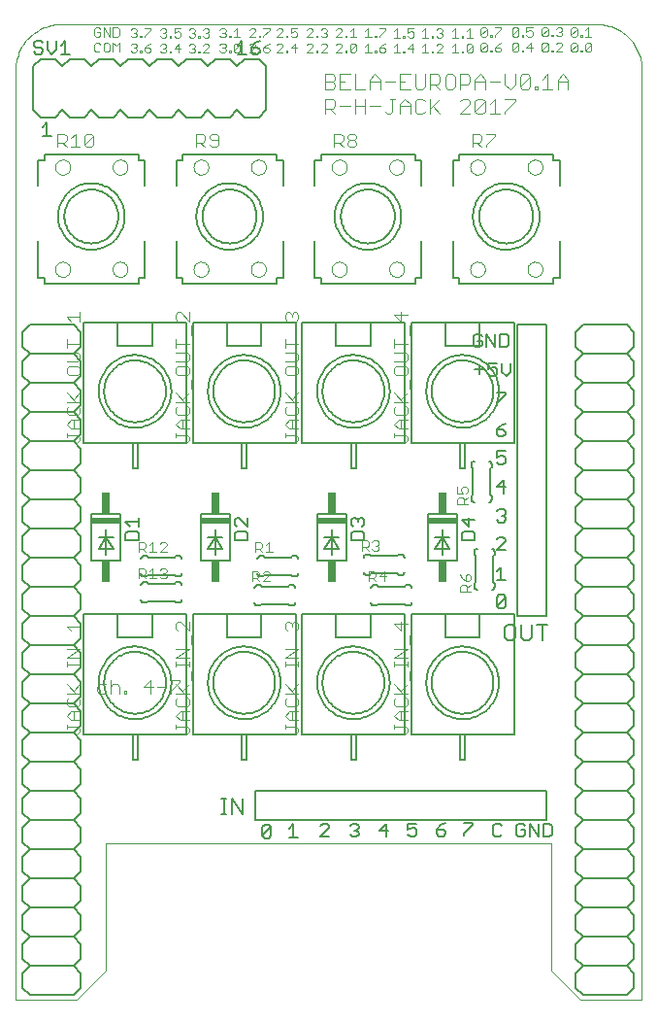
<source format=gto>
G75*
%MOIN*%
%OFA0B0*%
%FSLAX24Y24*%
%IPPOS*%
%LPD*%
%AMOC8*
5,1,8,0,0,1.08239X$1,22.5*
%
%ADD10C,0.0000*%
%ADD11C,0.0040*%
%ADD12C,0.0070*%
%ADD13C,0.0050*%
%ADD14C,0.0060*%
%ADD15R,0.1000X0.0200*%
%ADD16R,0.0300X0.0750*%
%ADD17C,0.0080*%
D10*
X000135Y000200D02*
X002235Y000200D01*
X003235Y001200D01*
X003235Y005570D01*
X018535Y005570D01*
X018535Y001200D01*
X019535Y000200D01*
X021635Y000200D01*
X021635Y032070D01*
X021636Y032146D01*
X021632Y032222D01*
X021625Y032297D01*
X021614Y032372D01*
X021600Y032447D01*
X021582Y032521D01*
X021560Y032593D01*
X021535Y032665D01*
X021506Y032735D01*
X021474Y032804D01*
X021439Y032871D01*
X021400Y032936D01*
X021358Y032999D01*
X021313Y033061D01*
X021265Y033119D01*
X021215Y033176D01*
X021161Y033230D01*
X021105Y033281D01*
X021047Y033329D01*
X020986Y033375D01*
X020923Y033417D01*
X020858Y033457D01*
X020791Y033493D01*
X020723Y033525D01*
X020653Y033555D01*
X020582Y033581D01*
X020509Y033603D01*
X020436Y033622D01*
X020361Y033637D01*
X020286Y033648D01*
X020211Y033656D01*
X020135Y033660D01*
X001635Y033660D01*
X001557Y033656D01*
X001479Y033648D01*
X001402Y033636D01*
X001325Y033620D01*
X001249Y033600D01*
X001174Y033576D01*
X001101Y033549D01*
X001029Y033517D01*
X000959Y033483D01*
X000891Y033444D01*
X000824Y033403D01*
X000760Y033358D01*
X000698Y033309D01*
X000639Y033258D01*
X000583Y033204D01*
X000529Y033147D01*
X000478Y033087D01*
X000430Y033025D01*
X000386Y032961D01*
X000345Y032894D01*
X000307Y032826D01*
X000273Y032755D01*
X000242Y032683D01*
X000215Y032609D01*
X000192Y032535D01*
X000173Y032459D01*
X000157Y032382D01*
X000146Y032305D01*
X000138Y032227D01*
X000134Y032148D01*
X000135Y032070D01*
X000135Y000200D01*
D11*
X002268Y009330D02*
X002345Y009407D01*
X002345Y009484D01*
X002268Y009560D01*
X001885Y009560D01*
X001885Y009484D02*
X001885Y009637D01*
X002038Y009791D02*
X001885Y009944D01*
X002038Y010098D01*
X002345Y010098D01*
X002268Y010251D02*
X002345Y010328D01*
X002345Y010481D01*
X002268Y010558D01*
X002192Y010711D02*
X001885Y011018D01*
X001885Y010711D02*
X002345Y010711D01*
X002115Y010788D02*
X002345Y011018D01*
X002422Y011172D02*
X002422Y011479D01*
X002345Y011632D02*
X002345Y011786D01*
X002345Y011709D02*
X001885Y011709D01*
X001885Y011632D02*
X001885Y011786D01*
X001885Y011939D02*
X002345Y012246D01*
X001885Y012246D01*
X001885Y011939D02*
X002345Y011939D01*
X002422Y012400D02*
X002422Y012706D01*
X002345Y012860D02*
X002345Y013167D01*
X002345Y013013D02*
X001885Y013013D01*
X002038Y012860D01*
X003005Y011017D02*
X002929Y010940D01*
X002929Y010787D01*
X003005Y010710D01*
X003236Y010710D01*
X003389Y010710D02*
X003389Y011171D01*
X003466Y011017D02*
X003619Y011017D01*
X003696Y010940D01*
X003696Y010710D01*
X003850Y010710D02*
X003926Y010710D01*
X003926Y010787D01*
X003850Y010787D01*
X003850Y010710D01*
X003466Y011017D02*
X003389Y010940D01*
X003236Y011017D02*
X003005Y011017D01*
X002268Y010251D02*
X001961Y010251D01*
X001885Y010328D01*
X001885Y010481D01*
X001961Y010558D01*
X002115Y010098D02*
X002115Y009791D01*
X002038Y009791D02*
X002345Y009791D01*
X004540Y010940D02*
X004847Y010940D01*
X005000Y010940D02*
X005307Y010940D01*
X005461Y010787D02*
X005461Y010710D01*
X005461Y010787D02*
X005768Y011094D01*
X005768Y011171D01*
X005461Y011171D01*
X005635Y011018D02*
X005942Y010711D01*
X005865Y010788D02*
X006095Y011018D01*
X006172Y011172D02*
X006172Y011479D01*
X006095Y011632D02*
X006095Y011786D01*
X006095Y011709D02*
X005635Y011709D01*
X005635Y011632D02*
X005635Y011786D01*
X005635Y011939D02*
X006095Y012246D01*
X005635Y012246D01*
X005635Y011939D02*
X006095Y011939D01*
X006172Y012400D02*
X006172Y012706D01*
X006095Y012860D02*
X006095Y013167D01*
X006095Y012860D02*
X005788Y013167D01*
X005711Y013167D01*
X005635Y013090D01*
X005635Y012937D01*
X005711Y012860D01*
X004770Y011171D02*
X004540Y010940D01*
X004770Y010710D02*
X004770Y011171D01*
X005635Y010711D02*
X006095Y010711D01*
X006018Y010558D02*
X006095Y010481D01*
X006095Y010328D01*
X006018Y010251D01*
X005711Y010251D01*
X005635Y010328D01*
X005635Y010481D01*
X005711Y010558D01*
X005788Y010098D02*
X005635Y009944D01*
X005788Y009791D01*
X006095Y009791D01*
X005865Y009791D02*
X005865Y010098D01*
X005788Y010098D02*
X006095Y010098D01*
X006018Y009560D02*
X005635Y009560D01*
X005635Y009484D02*
X005635Y009637D01*
X006018Y009560D02*
X006095Y009484D01*
X006095Y009407D01*
X006018Y009330D01*
X008265Y014550D02*
X008265Y014901D01*
X008440Y014901D01*
X008499Y014842D01*
X008499Y014725D01*
X008440Y014667D01*
X008265Y014667D01*
X008382Y014667D02*
X008499Y014550D01*
X008624Y014550D02*
X008858Y014784D01*
X008858Y014842D01*
X008799Y014901D01*
X008682Y014901D01*
X008624Y014842D01*
X008624Y014550D02*
X008858Y014550D01*
X008841Y015550D02*
X008841Y015901D01*
X008724Y015784D01*
X008599Y015842D02*
X008599Y015725D01*
X008540Y015667D01*
X008365Y015667D01*
X008482Y015667D02*
X008599Y015550D01*
X008724Y015550D02*
X008958Y015550D01*
X008599Y015842D02*
X008540Y015901D01*
X008365Y015901D01*
X008365Y015550D01*
X009461Y013167D02*
X009538Y013167D01*
X009615Y013090D01*
X009692Y013167D01*
X009768Y013167D01*
X009845Y013090D01*
X009845Y012937D01*
X009768Y012860D01*
X009615Y013013D02*
X009615Y013090D01*
X009461Y013167D02*
X009385Y013090D01*
X009385Y012937D01*
X009461Y012860D01*
X009385Y012246D02*
X009845Y012246D01*
X009385Y011939D01*
X009845Y011939D01*
X009845Y011786D02*
X009845Y011632D01*
X009845Y011709D02*
X009385Y011709D01*
X009385Y011632D02*
X009385Y011786D01*
X009922Y011479D02*
X009922Y011172D01*
X009845Y011018D02*
X009615Y010788D01*
X009692Y010711D02*
X009385Y011018D01*
X009385Y010711D02*
X009845Y010711D01*
X009768Y010558D02*
X009845Y010481D01*
X009845Y010328D01*
X009768Y010251D01*
X009461Y010251D01*
X009385Y010328D01*
X009385Y010481D01*
X009461Y010558D01*
X009538Y010098D02*
X009845Y010098D01*
X009615Y010098D02*
X009615Y009791D01*
X009538Y009791D02*
X009385Y009944D01*
X009538Y010098D01*
X009538Y009791D02*
X009845Y009791D01*
X009768Y009560D02*
X009845Y009484D01*
X009845Y009407D01*
X009768Y009330D01*
X009768Y009560D02*
X009385Y009560D01*
X009385Y009484D02*
X009385Y009637D01*
X009922Y012400D02*
X009922Y012706D01*
X012015Y015600D02*
X012015Y015951D01*
X012190Y015951D01*
X012249Y015892D01*
X012249Y015775D01*
X012190Y015717D01*
X012015Y015717D01*
X012132Y015717D02*
X012249Y015600D01*
X012374Y015659D02*
X012432Y015600D01*
X012549Y015600D01*
X012608Y015659D01*
X012608Y015717D01*
X012549Y015775D01*
X012491Y015775D01*
X012549Y015775D02*
X012608Y015834D01*
X012608Y015892D01*
X012549Y015951D01*
X012432Y015951D01*
X012374Y015892D01*
X012440Y014901D02*
X012265Y014901D01*
X012265Y014550D01*
X012265Y014667D02*
X012440Y014667D01*
X012499Y014725D01*
X012499Y014842D01*
X012440Y014901D01*
X012382Y014667D02*
X012499Y014550D01*
X012624Y014725D02*
X012858Y014725D01*
X012799Y014550D02*
X012799Y014901D01*
X012624Y014725D01*
X013135Y013090D02*
X013365Y012860D01*
X013365Y013167D01*
X013595Y013090D02*
X013135Y013090D01*
X013672Y012706D02*
X013672Y012400D01*
X013595Y012246D02*
X013135Y012246D01*
X013135Y011939D02*
X013595Y012246D01*
X013595Y011939D02*
X013135Y011939D01*
X013135Y011786D02*
X013135Y011632D01*
X013135Y011709D02*
X013595Y011709D01*
X013595Y011632D02*
X013595Y011786D01*
X013672Y011479D02*
X013672Y011172D01*
X013595Y011018D02*
X013365Y010788D01*
X013442Y010711D02*
X013135Y011018D01*
X013135Y010711D02*
X013595Y010711D01*
X013518Y010558D02*
X013595Y010481D01*
X013595Y010328D01*
X013518Y010251D01*
X013211Y010251D01*
X013135Y010328D01*
X013135Y010481D01*
X013211Y010558D01*
X013288Y010098D02*
X013595Y010098D01*
X013365Y010098D02*
X013365Y009791D01*
X013288Y009791D02*
X013135Y009944D01*
X013288Y010098D01*
X013288Y009791D02*
X013595Y009791D01*
X013518Y009560D02*
X013135Y009560D01*
X013135Y009484D02*
X013135Y009637D01*
X013518Y009560D02*
X013595Y009484D01*
X013595Y009407D01*
X013518Y009330D01*
X015405Y014200D02*
X015405Y014375D01*
X015463Y014434D01*
X015580Y014434D01*
X015638Y014375D01*
X015638Y014200D01*
X015638Y014317D02*
X015755Y014434D01*
X015697Y014559D02*
X015755Y014618D01*
X015755Y014734D01*
X015697Y014793D01*
X015638Y014793D01*
X015580Y014734D01*
X015580Y014559D01*
X015697Y014559D01*
X015580Y014559D02*
X015463Y014676D01*
X015405Y014793D01*
X015405Y014200D02*
X015755Y014200D01*
X015655Y017200D02*
X015305Y017200D01*
X015305Y017375D01*
X015363Y017434D01*
X015480Y017434D01*
X015538Y017375D01*
X015538Y017200D01*
X015538Y017317D02*
X015655Y017434D01*
X015597Y017559D02*
X015655Y017618D01*
X015655Y017734D01*
X015597Y017793D01*
X015480Y017793D01*
X015421Y017734D01*
X015421Y017676D01*
X015480Y017559D01*
X015305Y017559D01*
X015305Y017793D01*
X013595Y019407D02*
X013595Y019484D01*
X013518Y019560D01*
X013135Y019560D01*
X013135Y019484D02*
X013135Y019637D01*
X013288Y019791D02*
X013135Y019944D01*
X013288Y020098D01*
X013595Y020098D01*
X013518Y020251D02*
X013595Y020328D01*
X013595Y020481D01*
X013518Y020558D01*
X013442Y020711D02*
X013135Y021018D01*
X013135Y020711D02*
X013595Y020711D01*
X013365Y020788D02*
X013595Y021018D01*
X013672Y021172D02*
X013672Y021479D01*
X013518Y021632D02*
X013595Y021709D01*
X013595Y021862D01*
X013518Y021939D01*
X013211Y021939D01*
X013135Y021862D01*
X013135Y021709D01*
X013211Y021632D01*
X013518Y021632D01*
X013518Y022093D02*
X013135Y022093D01*
X013135Y022400D02*
X013518Y022400D01*
X013595Y022323D01*
X013595Y022169D01*
X013518Y022093D01*
X013135Y022553D02*
X013135Y022860D01*
X013135Y022706D02*
X013595Y022706D01*
X013672Y023013D02*
X013672Y023320D01*
X013365Y023474D02*
X013365Y023781D01*
X013595Y023704D02*
X013135Y023704D01*
X013365Y023474D01*
X012963Y025259D02*
X012965Y025290D01*
X012971Y025321D01*
X012980Y025351D01*
X012993Y025380D01*
X013010Y025407D01*
X013030Y025431D01*
X013052Y025453D01*
X013078Y025472D01*
X013105Y025488D01*
X013134Y025500D01*
X013164Y025509D01*
X013195Y025514D01*
X013227Y025515D01*
X013258Y025512D01*
X013289Y025505D01*
X013319Y025495D01*
X013347Y025481D01*
X013373Y025463D01*
X013397Y025443D01*
X013418Y025419D01*
X013437Y025394D01*
X013452Y025366D01*
X013463Y025337D01*
X013471Y025306D01*
X013475Y025275D01*
X013475Y025243D01*
X013471Y025212D01*
X013463Y025181D01*
X013452Y025152D01*
X013437Y025124D01*
X013418Y025099D01*
X013397Y025075D01*
X013373Y025055D01*
X013347Y025037D01*
X013319Y025023D01*
X013289Y025013D01*
X013258Y025006D01*
X013227Y025003D01*
X013195Y025004D01*
X013164Y025009D01*
X013134Y025018D01*
X013105Y025030D01*
X013078Y025046D01*
X013052Y025065D01*
X013030Y025087D01*
X013010Y025111D01*
X012993Y025138D01*
X012980Y025167D01*
X012971Y025197D01*
X012965Y025228D01*
X012963Y025259D01*
X010995Y025259D02*
X010997Y025290D01*
X011003Y025321D01*
X011012Y025351D01*
X011025Y025380D01*
X011042Y025407D01*
X011062Y025431D01*
X011084Y025453D01*
X011110Y025472D01*
X011137Y025488D01*
X011166Y025500D01*
X011196Y025509D01*
X011227Y025514D01*
X011259Y025515D01*
X011290Y025512D01*
X011321Y025505D01*
X011351Y025495D01*
X011379Y025481D01*
X011405Y025463D01*
X011429Y025443D01*
X011450Y025419D01*
X011469Y025394D01*
X011484Y025366D01*
X011495Y025337D01*
X011503Y025306D01*
X011507Y025275D01*
X011507Y025243D01*
X011503Y025212D01*
X011495Y025181D01*
X011484Y025152D01*
X011469Y025124D01*
X011450Y025099D01*
X011429Y025075D01*
X011405Y025055D01*
X011379Y025037D01*
X011351Y025023D01*
X011321Y025013D01*
X011290Y025006D01*
X011259Y025003D01*
X011227Y025004D01*
X011196Y025009D01*
X011166Y025018D01*
X011137Y025030D01*
X011110Y025046D01*
X011084Y025065D01*
X011062Y025087D01*
X011042Y025111D01*
X011025Y025138D01*
X011012Y025167D01*
X011003Y025197D01*
X010997Y025228D01*
X010995Y025259D01*
X009768Y023781D02*
X009845Y023704D01*
X009845Y023550D01*
X009768Y023474D01*
X009615Y023627D02*
X009615Y023704D01*
X009692Y023781D01*
X009768Y023781D01*
X009615Y023704D02*
X009538Y023781D01*
X009461Y023781D01*
X009385Y023704D01*
X009385Y023550D01*
X009461Y023474D01*
X009922Y023320D02*
X009922Y023013D01*
X009845Y022706D02*
X009385Y022706D01*
X009385Y022553D02*
X009385Y022860D01*
X009385Y022400D02*
X009768Y022400D01*
X009845Y022323D01*
X009845Y022169D01*
X009768Y022093D01*
X009385Y022093D01*
X009461Y021939D02*
X009385Y021862D01*
X009385Y021709D01*
X009461Y021632D01*
X009768Y021632D01*
X009845Y021709D01*
X009845Y021862D01*
X009768Y021939D01*
X009461Y021939D01*
X009922Y021479D02*
X009922Y021172D01*
X009845Y021018D02*
X009615Y020788D01*
X009692Y020711D02*
X009385Y021018D01*
X009385Y020711D02*
X009845Y020711D01*
X009768Y020558D02*
X009845Y020481D01*
X009845Y020328D01*
X009768Y020251D01*
X009461Y020251D01*
X009385Y020328D01*
X009385Y020481D01*
X009461Y020558D01*
X009538Y020098D02*
X009845Y020098D01*
X009615Y020098D02*
X009615Y019791D01*
X009538Y019791D02*
X009385Y019944D01*
X009538Y020098D01*
X009538Y019791D02*
X009845Y019791D01*
X009768Y019560D02*
X009385Y019560D01*
X009385Y019484D02*
X009385Y019637D01*
X009768Y019560D02*
X009845Y019484D01*
X009845Y019407D01*
X009768Y019330D01*
X013135Y020328D02*
X013211Y020251D01*
X013518Y020251D01*
X013365Y020098D02*
X013365Y019791D01*
X013288Y019791D02*
X013595Y019791D01*
X013595Y019407D02*
X013518Y019330D01*
X013135Y020328D02*
X013135Y020481D01*
X013211Y020558D01*
X015745Y025259D02*
X015747Y025290D01*
X015753Y025321D01*
X015762Y025351D01*
X015775Y025380D01*
X015792Y025407D01*
X015812Y025431D01*
X015834Y025453D01*
X015860Y025472D01*
X015887Y025488D01*
X015916Y025500D01*
X015946Y025509D01*
X015977Y025514D01*
X016009Y025515D01*
X016040Y025512D01*
X016071Y025505D01*
X016101Y025495D01*
X016129Y025481D01*
X016155Y025463D01*
X016179Y025443D01*
X016200Y025419D01*
X016219Y025394D01*
X016234Y025366D01*
X016245Y025337D01*
X016253Y025306D01*
X016257Y025275D01*
X016257Y025243D01*
X016253Y025212D01*
X016245Y025181D01*
X016234Y025152D01*
X016219Y025124D01*
X016200Y025099D01*
X016179Y025075D01*
X016155Y025055D01*
X016129Y025037D01*
X016101Y025023D01*
X016071Y025013D01*
X016040Y025006D01*
X016009Y025003D01*
X015977Y025004D01*
X015946Y025009D01*
X015916Y025018D01*
X015887Y025030D01*
X015860Y025046D01*
X015834Y025065D01*
X015812Y025087D01*
X015792Y025111D01*
X015775Y025138D01*
X015762Y025167D01*
X015753Y025197D01*
X015747Y025228D01*
X015745Y025259D01*
X017713Y025259D02*
X017715Y025290D01*
X017721Y025321D01*
X017730Y025351D01*
X017743Y025380D01*
X017760Y025407D01*
X017780Y025431D01*
X017802Y025453D01*
X017828Y025472D01*
X017855Y025488D01*
X017884Y025500D01*
X017914Y025509D01*
X017945Y025514D01*
X017977Y025515D01*
X018008Y025512D01*
X018039Y025505D01*
X018069Y025495D01*
X018097Y025481D01*
X018123Y025463D01*
X018147Y025443D01*
X018168Y025419D01*
X018187Y025394D01*
X018202Y025366D01*
X018213Y025337D01*
X018221Y025306D01*
X018225Y025275D01*
X018225Y025243D01*
X018221Y025212D01*
X018213Y025181D01*
X018202Y025152D01*
X018187Y025124D01*
X018168Y025099D01*
X018147Y025075D01*
X018123Y025055D01*
X018097Y025037D01*
X018069Y025023D01*
X018039Y025013D01*
X018008Y025006D01*
X017977Y025003D01*
X017945Y025004D01*
X017914Y025009D01*
X017884Y025018D01*
X017855Y025030D01*
X017828Y025046D01*
X017802Y025065D01*
X017780Y025087D01*
X017760Y025111D01*
X017743Y025138D01*
X017730Y025167D01*
X017721Y025197D01*
X017715Y025228D01*
X017713Y025259D01*
X017713Y028763D02*
X017715Y028794D01*
X017721Y028825D01*
X017730Y028855D01*
X017743Y028884D01*
X017760Y028911D01*
X017780Y028935D01*
X017802Y028957D01*
X017828Y028976D01*
X017855Y028992D01*
X017884Y029004D01*
X017914Y029013D01*
X017945Y029018D01*
X017977Y029019D01*
X018008Y029016D01*
X018039Y029009D01*
X018069Y028999D01*
X018097Y028985D01*
X018123Y028967D01*
X018147Y028947D01*
X018168Y028923D01*
X018187Y028898D01*
X018202Y028870D01*
X018213Y028841D01*
X018221Y028810D01*
X018225Y028779D01*
X018225Y028747D01*
X018221Y028716D01*
X018213Y028685D01*
X018202Y028656D01*
X018187Y028628D01*
X018168Y028603D01*
X018147Y028579D01*
X018123Y028559D01*
X018097Y028541D01*
X018069Y028527D01*
X018039Y028517D01*
X018008Y028510D01*
X017977Y028507D01*
X017945Y028508D01*
X017914Y028513D01*
X017884Y028522D01*
X017855Y028534D01*
X017828Y028550D01*
X017802Y028569D01*
X017780Y028591D01*
X017760Y028615D01*
X017743Y028642D01*
X017730Y028671D01*
X017721Y028701D01*
X017715Y028732D01*
X017713Y028763D01*
X016591Y029836D02*
X016284Y029529D01*
X016284Y029452D01*
X016131Y029452D02*
X015977Y029606D01*
X016054Y029606D02*
X015824Y029606D01*
X015824Y029452D02*
X015824Y029913D01*
X016054Y029913D01*
X016131Y029836D01*
X016131Y029683D01*
X016054Y029606D01*
X016284Y029913D02*
X016591Y029913D01*
X016591Y029836D01*
X016601Y030590D02*
X016601Y031111D01*
X016427Y030937D01*
X016258Y031024D02*
X016258Y030677D01*
X016172Y030590D01*
X015998Y030590D01*
X015911Y030677D01*
X016258Y031024D01*
X016172Y031111D01*
X015998Y031111D01*
X015911Y031024D01*
X015911Y030677D01*
X015743Y030590D02*
X015396Y030590D01*
X015743Y030937D01*
X015743Y031024D01*
X015656Y031111D01*
X015483Y031111D01*
X015396Y031024D01*
X015396Y031430D02*
X015396Y031951D01*
X015656Y031951D01*
X015743Y031864D01*
X015743Y031690D01*
X015656Y031604D01*
X015396Y031604D01*
X015227Y031517D02*
X015140Y031430D01*
X014967Y031430D01*
X014880Y031517D01*
X014880Y031864D01*
X014967Y031951D01*
X015140Y031951D01*
X015227Y031864D01*
X015227Y031517D01*
X014711Y031430D02*
X014538Y031604D01*
X014625Y031604D02*
X014364Y031604D01*
X014364Y031430D02*
X014364Y031951D01*
X014625Y031951D01*
X014711Y031864D01*
X014711Y031690D01*
X014625Y031604D01*
X014196Y031517D02*
X014196Y031951D01*
X014196Y031517D02*
X014109Y031430D01*
X013936Y031430D01*
X013849Y031517D01*
X013849Y031951D01*
X013680Y031951D02*
X013333Y031951D01*
X013333Y031430D01*
X013680Y031430D01*
X013507Y031690D02*
X013333Y031690D01*
X013165Y031690D02*
X012818Y031690D01*
X012649Y031690D02*
X012302Y031690D01*
X012302Y031777D02*
X012475Y031951D01*
X012649Y031777D01*
X012649Y031430D01*
X012991Y031111D02*
X013165Y031111D01*
X013078Y031111D02*
X013078Y030677D01*
X012991Y030590D01*
X012904Y030590D01*
X012818Y030677D01*
X012649Y030850D02*
X012302Y030850D01*
X012133Y030850D02*
X011786Y030850D01*
X011618Y030850D02*
X011271Y030850D01*
X011102Y030850D02*
X011015Y030764D01*
X010755Y030764D01*
X010928Y030764D02*
X011102Y030590D01*
X011102Y030850D02*
X011102Y031024D01*
X011015Y031111D01*
X010755Y031111D01*
X010755Y030590D01*
X011074Y029913D02*
X011304Y029913D01*
X011381Y029836D01*
X011381Y029683D01*
X011304Y029606D01*
X011074Y029606D01*
X011227Y029606D02*
X011381Y029452D01*
X011534Y029529D02*
X011534Y029606D01*
X011611Y029683D01*
X011764Y029683D01*
X011841Y029606D01*
X011841Y029529D01*
X011764Y029452D01*
X011611Y029452D01*
X011534Y029529D01*
X011611Y029683D02*
X011534Y029759D01*
X011534Y029836D01*
X011611Y029913D01*
X011764Y029913D01*
X011841Y029836D01*
X011841Y029759D01*
X011764Y029683D01*
X011074Y029452D02*
X011074Y029913D01*
X011786Y030590D02*
X011786Y031111D01*
X011786Y031430D02*
X012133Y031430D01*
X012302Y031430D02*
X012302Y031777D01*
X011786Y031951D02*
X011786Y031430D01*
X011618Y031430D02*
X011271Y031430D01*
X011271Y031951D01*
X011618Y031951D01*
X011444Y031690D02*
X011271Y031690D01*
X011102Y031604D02*
X011102Y031517D01*
X011015Y031430D01*
X010755Y031430D01*
X010755Y031951D01*
X011015Y031951D01*
X011102Y031864D01*
X011102Y031777D01*
X011015Y031690D01*
X010755Y031690D01*
X011015Y031690D02*
X011102Y031604D01*
X011132Y032695D02*
X011339Y032902D01*
X011339Y032954D01*
X011287Y033005D01*
X011184Y033005D01*
X011132Y032954D01*
X011132Y032695D02*
X011339Y032695D01*
X011454Y032695D02*
X011506Y032695D01*
X011506Y032747D01*
X011454Y032747D01*
X011454Y032695D01*
X011616Y032747D02*
X011616Y032954D01*
X011667Y033005D01*
X011771Y033005D01*
X011822Y032954D01*
X011616Y032747D01*
X011667Y032695D01*
X011771Y032695D01*
X011822Y032747D01*
X011822Y032954D01*
X011822Y033220D02*
X011616Y033220D01*
X011719Y033220D02*
X011719Y033530D01*
X011616Y033427D01*
X011506Y033272D02*
X011506Y033220D01*
X011454Y033220D01*
X011454Y033272D01*
X011506Y033272D01*
X011339Y033220D02*
X011132Y033220D01*
X011339Y033427D01*
X011339Y033479D01*
X011287Y033530D01*
X011184Y033530D01*
X011132Y033479D01*
X010822Y033479D02*
X010822Y033427D01*
X010771Y033375D01*
X010822Y033324D01*
X010822Y033272D01*
X010771Y033220D01*
X010667Y033220D01*
X010616Y033272D01*
X010506Y033272D02*
X010506Y033220D01*
X010454Y033220D01*
X010454Y033272D01*
X010506Y033272D01*
X010339Y033220D02*
X010132Y033220D01*
X010339Y033427D01*
X010339Y033479D01*
X010287Y033530D01*
X010184Y033530D01*
X010132Y033479D01*
X010184Y033005D02*
X010132Y032954D01*
X010184Y033005D02*
X010287Y033005D01*
X010339Y032954D01*
X010339Y032902D01*
X010132Y032695D01*
X010339Y032695D01*
X010454Y032695D02*
X010506Y032695D01*
X010506Y032747D01*
X010454Y032747D01*
X010454Y032695D01*
X010616Y032695D02*
X010822Y032902D01*
X010822Y032954D01*
X010771Y033005D01*
X010667Y033005D01*
X010616Y032954D01*
X010616Y032695D02*
X010822Y032695D01*
X010771Y033375D02*
X010719Y033375D01*
X010822Y033479D02*
X010771Y033530D01*
X010667Y033530D01*
X010616Y033479D01*
X009792Y033530D02*
X009586Y033530D01*
X009586Y033375D01*
X009689Y033427D01*
X009741Y033427D01*
X009792Y033375D01*
X009792Y033272D01*
X009741Y033220D01*
X009637Y033220D01*
X009586Y033272D01*
X009476Y033272D02*
X009476Y033220D01*
X009424Y033220D01*
X009424Y033272D01*
X009476Y033272D01*
X009309Y033220D02*
X009102Y033220D01*
X009309Y033427D01*
X009309Y033479D01*
X009257Y033530D01*
X009154Y033530D01*
X009102Y033479D01*
X008852Y033479D02*
X008646Y033272D01*
X008646Y033220D01*
X008536Y033220D02*
X008484Y033220D01*
X008484Y033272D01*
X008536Y033272D01*
X008536Y033220D01*
X008369Y033220D02*
X008162Y033220D01*
X008369Y033427D01*
X008369Y033479D01*
X008317Y033530D01*
X008214Y033530D01*
X008162Y033479D01*
X008214Y033005D02*
X008162Y032954D01*
X008214Y033005D02*
X008317Y033005D01*
X008369Y032954D01*
X008369Y032902D01*
X008162Y032695D01*
X008369Y032695D01*
X008484Y032695D02*
X008536Y032695D01*
X008536Y032747D01*
X008484Y032747D01*
X008484Y032695D01*
X008646Y032747D02*
X008697Y032695D01*
X008801Y032695D01*
X008852Y032747D01*
X008852Y032799D01*
X008801Y032850D01*
X008646Y032850D01*
X008646Y032747D01*
X008646Y032850D02*
X008749Y032954D01*
X008852Y033005D01*
X009102Y032954D02*
X009154Y033005D01*
X009257Y033005D01*
X009309Y032954D01*
X009309Y032902D01*
X009102Y032695D01*
X009309Y032695D01*
X009424Y032695D02*
X009476Y032695D01*
X009476Y032747D01*
X009424Y032747D01*
X009424Y032695D01*
X009586Y032850D02*
X009792Y032850D01*
X009741Y032695D02*
X009741Y033005D01*
X009586Y032850D01*
X008852Y033479D02*
X008852Y033530D01*
X008646Y033530D01*
X007832Y033220D02*
X007626Y033220D01*
X007729Y033220D02*
X007729Y033530D01*
X007626Y033427D01*
X007516Y033272D02*
X007516Y033220D01*
X007464Y033220D01*
X007464Y033272D01*
X007516Y033272D01*
X007349Y033272D02*
X007297Y033220D01*
X007194Y033220D01*
X007142Y033272D01*
X007246Y033375D02*
X007297Y033375D01*
X007349Y033324D01*
X007349Y033272D01*
X007297Y033375D02*
X007349Y033427D01*
X007349Y033479D01*
X007297Y033530D01*
X007194Y033530D01*
X007142Y033479D01*
X006772Y033469D02*
X006772Y033417D01*
X006721Y033365D01*
X006772Y033314D01*
X006772Y033262D01*
X006721Y033210D01*
X006617Y033210D01*
X006566Y033262D01*
X006456Y033262D02*
X006456Y033210D01*
X006404Y033210D01*
X006404Y033262D01*
X006456Y033262D01*
X006289Y033262D02*
X006237Y033210D01*
X006134Y033210D01*
X006082Y033262D01*
X006186Y033365D02*
X006237Y033365D01*
X006289Y033314D01*
X006289Y033262D01*
X006237Y033365D02*
X006289Y033417D01*
X006289Y033469D01*
X006237Y033520D01*
X006134Y033520D01*
X006082Y033469D01*
X005792Y033520D02*
X005586Y033520D01*
X005586Y033365D01*
X005689Y033417D01*
X005741Y033417D01*
X005792Y033365D01*
X005792Y033262D01*
X005741Y033210D01*
X005637Y033210D01*
X005586Y033262D01*
X005476Y033262D02*
X005476Y033210D01*
X005424Y033210D01*
X005424Y033262D01*
X005476Y033262D01*
X005309Y033262D02*
X005257Y033210D01*
X005154Y033210D01*
X005102Y033262D01*
X005206Y033365D02*
X005257Y033365D01*
X005309Y033314D01*
X005309Y033262D01*
X005257Y033365D02*
X005309Y033417D01*
X005309Y033469D01*
X005257Y033520D01*
X005154Y033520D01*
X005102Y033469D01*
X005154Y032995D02*
X005257Y032995D01*
X005309Y032944D01*
X005309Y032892D01*
X005257Y032840D01*
X005309Y032789D01*
X005309Y032737D01*
X005257Y032685D01*
X005154Y032685D01*
X005102Y032737D01*
X005206Y032840D02*
X005257Y032840D01*
X005102Y032944D02*
X005154Y032995D01*
X005424Y032737D02*
X005476Y032737D01*
X005476Y032685D01*
X005424Y032685D01*
X005424Y032737D01*
X005586Y032840D02*
X005792Y032840D01*
X005741Y032685D02*
X005741Y032995D01*
X005586Y032840D01*
X006082Y032737D02*
X006134Y032685D01*
X006237Y032685D01*
X006289Y032737D01*
X006289Y032789D01*
X006237Y032840D01*
X006186Y032840D01*
X006237Y032840D02*
X006289Y032892D01*
X006289Y032944D01*
X006237Y032995D01*
X006134Y032995D01*
X006082Y032944D01*
X006404Y032737D02*
X006456Y032737D01*
X006456Y032685D01*
X006404Y032685D01*
X006404Y032737D01*
X006566Y032685D02*
X006772Y032892D01*
X006772Y032944D01*
X006721Y032995D01*
X006617Y032995D01*
X006566Y032944D01*
X006566Y032685D02*
X006772Y032685D01*
X007142Y032747D02*
X007194Y032695D01*
X007297Y032695D01*
X007349Y032747D01*
X007349Y032799D01*
X007297Y032850D01*
X007246Y032850D01*
X007297Y032850D02*
X007349Y032902D01*
X007349Y032954D01*
X007297Y033005D01*
X007194Y033005D01*
X007142Y032954D01*
X006772Y033469D02*
X006721Y033520D01*
X006617Y033520D01*
X006566Y033469D01*
X006669Y033365D02*
X006721Y033365D01*
X007464Y032747D02*
X007516Y032747D01*
X007516Y032695D01*
X007464Y032695D01*
X007464Y032747D01*
X007626Y032747D02*
X007832Y032954D01*
X007832Y032747D01*
X007781Y032695D01*
X007677Y032695D01*
X007626Y032747D01*
X007626Y032954D01*
X007677Y033005D01*
X007781Y033005D01*
X007832Y032954D01*
X007014Y029913D02*
X006861Y029913D01*
X006784Y029836D01*
X006784Y029759D01*
X006861Y029683D01*
X007091Y029683D01*
X007091Y029836D02*
X007091Y029529D01*
X007014Y029452D01*
X006861Y029452D01*
X006784Y029529D01*
X006631Y029452D02*
X006477Y029606D01*
X006554Y029606D02*
X006324Y029606D01*
X006324Y029452D02*
X006324Y029913D01*
X006554Y029913D01*
X006631Y029836D01*
X006631Y029683D01*
X006554Y029606D01*
X007014Y029913D02*
X007091Y029836D01*
X006245Y028763D02*
X006247Y028794D01*
X006253Y028825D01*
X006262Y028855D01*
X006275Y028884D01*
X006292Y028911D01*
X006312Y028935D01*
X006334Y028957D01*
X006360Y028976D01*
X006387Y028992D01*
X006416Y029004D01*
X006446Y029013D01*
X006477Y029018D01*
X006509Y029019D01*
X006540Y029016D01*
X006571Y029009D01*
X006601Y028999D01*
X006629Y028985D01*
X006655Y028967D01*
X006679Y028947D01*
X006700Y028923D01*
X006719Y028898D01*
X006734Y028870D01*
X006745Y028841D01*
X006753Y028810D01*
X006757Y028779D01*
X006757Y028747D01*
X006753Y028716D01*
X006745Y028685D01*
X006734Y028656D01*
X006719Y028628D01*
X006700Y028603D01*
X006679Y028579D01*
X006655Y028559D01*
X006629Y028541D01*
X006601Y028527D01*
X006571Y028517D01*
X006540Y028510D01*
X006509Y028507D01*
X006477Y028508D01*
X006446Y028513D01*
X006416Y028522D01*
X006387Y028534D01*
X006360Y028550D01*
X006334Y028569D01*
X006312Y028591D01*
X006292Y028615D01*
X006275Y028642D01*
X006262Y028671D01*
X006253Y028701D01*
X006247Y028732D01*
X006245Y028763D01*
X008213Y028763D02*
X008215Y028794D01*
X008221Y028825D01*
X008230Y028855D01*
X008243Y028884D01*
X008260Y028911D01*
X008280Y028935D01*
X008302Y028957D01*
X008328Y028976D01*
X008355Y028992D01*
X008384Y029004D01*
X008414Y029013D01*
X008445Y029018D01*
X008477Y029019D01*
X008508Y029016D01*
X008539Y029009D01*
X008569Y028999D01*
X008597Y028985D01*
X008623Y028967D01*
X008647Y028947D01*
X008668Y028923D01*
X008687Y028898D01*
X008702Y028870D01*
X008713Y028841D01*
X008721Y028810D01*
X008725Y028779D01*
X008725Y028747D01*
X008721Y028716D01*
X008713Y028685D01*
X008702Y028656D01*
X008687Y028628D01*
X008668Y028603D01*
X008647Y028579D01*
X008623Y028559D01*
X008597Y028541D01*
X008569Y028527D01*
X008539Y028517D01*
X008508Y028510D01*
X008477Y028507D01*
X008445Y028508D01*
X008414Y028513D01*
X008384Y028522D01*
X008355Y028534D01*
X008328Y028550D01*
X008302Y028569D01*
X008280Y028591D01*
X008260Y028615D01*
X008243Y028642D01*
X008230Y028671D01*
X008221Y028701D01*
X008215Y028732D01*
X008213Y028763D01*
X008213Y025259D02*
X008215Y025290D01*
X008221Y025321D01*
X008230Y025351D01*
X008243Y025380D01*
X008260Y025407D01*
X008280Y025431D01*
X008302Y025453D01*
X008328Y025472D01*
X008355Y025488D01*
X008384Y025500D01*
X008414Y025509D01*
X008445Y025514D01*
X008477Y025515D01*
X008508Y025512D01*
X008539Y025505D01*
X008569Y025495D01*
X008597Y025481D01*
X008623Y025463D01*
X008647Y025443D01*
X008668Y025419D01*
X008687Y025394D01*
X008702Y025366D01*
X008713Y025337D01*
X008721Y025306D01*
X008725Y025275D01*
X008725Y025243D01*
X008721Y025212D01*
X008713Y025181D01*
X008702Y025152D01*
X008687Y025124D01*
X008668Y025099D01*
X008647Y025075D01*
X008623Y025055D01*
X008597Y025037D01*
X008569Y025023D01*
X008539Y025013D01*
X008508Y025006D01*
X008477Y025003D01*
X008445Y025004D01*
X008414Y025009D01*
X008384Y025018D01*
X008355Y025030D01*
X008328Y025046D01*
X008302Y025065D01*
X008280Y025087D01*
X008260Y025111D01*
X008243Y025138D01*
X008230Y025167D01*
X008221Y025197D01*
X008215Y025228D01*
X008213Y025259D01*
X006245Y025259D02*
X006247Y025290D01*
X006253Y025321D01*
X006262Y025351D01*
X006275Y025380D01*
X006292Y025407D01*
X006312Y025431D01*
X006334Y025453D01*
X006360Y025472D01*
X006387Y025488D01*
X006416Y025500D01*
X006446Y025509D01*
X006477Y025514D01*
X006509Y025515D01*
X006540Y025512D01*
X006571Y025505D01*
X006601Y025495D01*
X006629Y025481D01*
X006655Y025463D01*
X006679Y025443D01*
X006700Y025419D01*
X006719Y025394D01*
X006734Y025366D01*
X006745Y025337D01*
X006753Y025306D01*
X006757Y025275D01*
X006757Y025243D01*
X006753Y025212D01*
X006745Y025181D01*
X006734Y025152D01*
X006719Y025124D01*
X006700Y025099D01*
X006679Y025075D01*
X006655Y025055D01*
X006629Y025037D01*
X006601Y025023D01*
X006571Y025013D01*
X006540Y025006D01*
X006509Y025003D01*
X006477Y025004D01*
X006446Y025009D01*
X006416Y025018D01*
X006387Y025030D01*
X006360Y025046D01*
X006334Y025065D01*
X006312Y025087D01*
X006292Y025111D01*
X006275Y025138D01*
X006262Y025167D01*
X006253Y025197D01*
X006247Y025228D01*
X006245Y025259D01*
X006095Y023781D02*
X006095Y023474D01*
X005788Y023781D01*
X005711Y023781D01*
X005635Y023704D01*
X005635Y023550D01*
X005711Y023474D01*
X006172Y023320D02*
X006172Y023013D01*
X006095Y022706D02*
X005635Y022706D01*
X005635Y022553D02*
X005635Y022860D01*
X005635Y022400D02*
X006018Y022400D01*
X006095Y022323D01*
X006095Y022169D01*
X006018Y022093D01*
X005635Y022093D01*
X005711Y021939D02*
X005635Y021862D01*
X005635Y021709D01*
X005711Y021632D01*
X006018Y021632D01*
X006095Y021709D01*
X006095Y021862D01*
X006018Y021939D01*
X005711Y021939D01*
X006172Y021479D02*
X006172Y021172D01*
X006095Y021018D02*
X005865Y020788D01*
X005942Y020711D02*
X005635Y021018D01*
X005635Y020711D02*
X006095Y020711D01*
X006018Y020558D02*
X006095Y020481D01*
X006095Y020328D01*
X006018Y020251D01*
X005711Y020251D01*
X005635Y020328D01*
X005635Y020481D01*
X005711Y020558D01*
X005788Y020098D02*
X006095Y020098D01*
X005865Y020098D02*
X005865Y019791D01*
X005788Y019791D02*
X005635Y019944D01*
X005788Y020098D01*
X005788Y019791D02*
X006095Y019791D01*
X006018Y019560D02*
X005635Y019560D01*
X005635Y019484D02*
X005635Y019637D01*
X006018Y019560D02*
X006095Y019484D01*
X006095Y019407D01*
X006018Y019330D01*
X005258Y015901D02*
X005142Y015901D01*
X005083Y015842D01*
X005258Y015901D02*
X005317Y015842D01*
X005317Y015784D01*
X005083Y015550D01*
X005317Y015550D01*
X005258Y015001D02*
X005142Y015001D01*
X005083Y014942D01*
X005200Y014825D02*
X005258Y014825D01*
X005317Y014767D01*
X005317Y014709D01*
X005258Y014650D01*
X005142Y014650D01*
X005083Y014709D01*
X004958Y014650D02*
X004724Y014650D01*
X004841Y014650D02*
X004841Y015001D01*
X004724Y014884D01*
X004599Y014942D02*
X004599Y014825D01*
X004540Y014767D01*
X004365Y014767D01*
X004482Y014767D02*
X004599Y014650D01*
X004365Y014650D02*
X004365Y015001D01*
X004540Y015001D01*
X004599Y014942D01*
X004599Y015550D02*
X004482Y015667D01*
X004540Y015667D02*
X004365Y015667D01*
X004365Y015550D02*
X004365Y015901D01*
X004540Y015901D01*
X004599Y015842D01*
X004599Y015725D01*
X004540Y015667D01*
X004724Y015784D02*
X004841Y015901D01*
X004841Y015550D01*
X004724Y015550D02*
X004958Y015550D01*
X005258Y015001D02*
X005317Y014942D01*
X005317Y014884D01*
X005258Y014825D01*
X002268Y019330D02*
X002345Y019407D01*
X002345Y019484D01*
X002268Y019560D01*
X001885Y019560D01*
X001885Y019484D02*
X001885Y019637D01*
X002038Y019791D02*
X001885Y019944D01*
X002038Y020098D01*
X002345Y020098D01*
X002268Y020251D02*
X002345Y020328D01*
X002345Y020481D01*
X002268Y020558D01*
X002192Y020711D02*
X001885Y021018D01*
X001885Y020711D02*
X002345Y020711D01*
X002115Y020788D02*
X002345Y021018D01*
X002422Y021172D02*
X002422Y021479D01*
X002268Y021632D02*
X002345Y021709D01*
X002345Y021862D01*
X002268Y021939D01*
X001961Y021939D01*
X001885Y021862D01*
X001885Y021709D01*
X001961Y021632D01*
X002268Y021632D01*
X002268Y022093D02*
X001885Y022093D01*
X001885Y022400D02*
X002268Y022400D01*
X002345Y022323D01*
X002345Y022169D01*
X002268Y022093D01*
X001885Y022553D02*
X001885Y022860D01*
X001885Y022706D02*
X002345Y022706D01*
X002422Y023013D02*
X002422Y023320D01*
X002345Y023474D02*
X002345Y023781D01*
X002345Y023627D02*
X001885Y023627D01*
X002038Y023474D01*
X001495Y025259D02*
X001497Y025290D01*
X001503Y025321D01*
X001512Y025351D01*
X001525Y025380D01*
X001542Y025407D01*
X001562Y025431D01*
X001584Y025453D01*
X001610Y025472D01*
X001637Y025488D01*
X001666Y025500D01*
X001696Y025509D01*
X001727Y025514D01*
X001759Y025515D01*
X001790Y025512D01*
X001821Y025505D01*
X001851Y025495D01*
X001879Y025481D01*
X001905Y025463D01*
X001929Y025443D01*
X001950Y025419D01*
X001969Y025394D01*
X001984Y025366D01*
X001995Y025337D01*
X002003Y025306D01*
X002007Y025275D01*
X002007Y025243D01*
X002003Y025212D01*
X001995Y025181D01*
X001984Y025152D01*
X001969Y025124D01*
X001950Y025099D01*
X001929Y025075D01*
X001905Y025055D01*
X001879Y025037D01*
X001851Y025023D01*
X001821Y025013D01*
X001790Y025006D01*
X001759Y025003D01*
X001727Y025004D01*
X001696Y025009D01*
X001666Y025018D01*
X001637Y025030D01*
X001610Y025046D01*
X001584Y025065D01*
X001562Y025087D01*
X001542Y025111D01*
X001525Y025138D01*
X001512Y025167D01*
X001503Y025197D01*
X001497Y025228D01*
X001495Y025259D01*
X001495Y028763D02*
X001497Y028794D01*
X001503Y028825D01*
X001512Y028855D01*
X001525Y028884D01*
X001542Y028911D01*
X001562Y028935D01*
X001584Y028957D01*
X001610Y028976D01*
X001637Y028992D01*
X001666Y029004D01*
X001696Y029013D01*
X001727Y029018D01*
X001759Y029019D01*
X001790Y029016D01*
X001821Y029009D01*
X001851Y028999D01*
X001879Y028985D01*
X001905Y028967D01*
X001929Y028947D01*
X001950Y028923D01*
X001969Y028898D01*
X001984Y028870D01*
X001995Y028841D01*
X002003Y028810D01*
X002007Y028779D01*
X002007Y028747D01*
X002003Y028716D01*
X001995Y028685D01*
X001984Y028656D01*
X001969Y028628D01*
X001950Y028603D01*
X001929Y028579D01*
X001905Y028559D01*
X001879Y028541D01*
X001851Y028527D01*
X001821Y028517D01*
X001790Y028510D01*
X001759Y028507D01*
X001727Y028508D01*
X001696Y028513D01*
X001666Y028522D01*
X001637Y028534D01*
X001610Y028550D01*
X001584Y028569D01*
X001562Y028591D01*
X001542Y028615D01*
X001525Y028642D01*
X001512Y028671D01*
X001503Y028701D01*
X001497Y028732D01*
X001495Y028763D01*
X001574Y029452D02*
X001574Y029913D01*
X001804Y029913D01*
X001881Y029836D01*
X001881Y029683D01*
X001804Y029606D01*
X001574Y029606D01*
X001727Y029606D02*
X001881Y029452D01*
X002034Y029452D02*
X002341Y029452D01*
X002188Y029452D02*
X002188Y029913D01*
X002034Y029759D01*
X002495Y029836D02*
X002495Y029529D01*
X002802Y029836D01*
X002802Y029529D01*
X002725Y029452D01*
X002571Y029452D01*
X002495Y029529D01*
X002495Y029836D02*
X002571Y029913D01*
X002725Y029913D01*
X002802Y029836D01*
X003463Y028763D02*
X003465Y028794D01*
X003471Y028825D01*
X003480Y028855D01*
X003493Y028884D01*
X003510Y028911D01*
X003530Y028935D01*
X003552Y028957D01*
X003578Y028976D01*
X003605Y028992D01*
X003634Y029004D01*
X003664Y029013D01*
X003695Y029018D01*
X003727Y029019D01*
X003758Y029016D01*
X003789Y029009D01*
X003819Y028999D01*
X003847Y028985D01*
X003873Y028967D01*
X003897Y028947D01*
X003918Y028923D01*
X003937Y028898D01*
X003952Y028870D01*
X003963Y028841D01*
X003971Y028810D01*
X003975Y028779D01*
X003975Y028747D01*
X003971Y028716D01*
X003963Y028685D01*
X003952Y028656D01*
X003937Y028628D01*
X003918Y028603D01*
X003897Y028579D01*
X003873Y028559D01*
X003847Y028541D01*
X003819Y028527D01*
X003789Y028517D01*
X003758Y028510D01*
X003727Y028507D01*
X003695Y028508D01*
X003664Y028513D01*
X003634Y028522D01*
X003605Y028534D01*
X003578Y028550D01*
X003552Y028569D01*
X003530Y028591D01*
X003510Y028615D01*
X003493Y028642D01*
X003480Y028671D01*
X003471Y028701D01*
X003465Y028732D01*
X003463Y028763D01*
X003463Y025259D02*
X003465Y025290D01*
X003471Y025321D01*
X003480Y025351D01*
X003493Y025380D01*
X003510Y025407D01*
X003530Y025431D01*
X003552Y025453D01*
X003578Y025472D01*
X003605Y025488D01*
X003634Y025500D01*
X003664Y025509D01*
X003695Y025514D01*
X003727Y025515D01*
X003758Y025512D01*
X003789Y025505D01*
X003819Y025495D01*
X003847Y025481D01*
X003873Y025463D01*
X003897Y025443D01*
X003918Y025419D01*
X003937Y025394D01*
X003952Y025366D01*
X003963Y025337D01*
X003971Y025306D01*
X003975Y025275D01*
X003975Y025243D01*
X003971Y025212D01*
X003963Y025181D01*
X003952Y025152D01*
X003937Y025124D01*
X003918Y025099D01*
X003897Y025075D01*
X003873Y025055D01*
X003847Y025037D01*
X003819Y025023D01*
X003789Y025013D01*
X003758Y025006D01*
X003727Y025003D01*
X003695Y025004D01*
X003664Y025009D01*
X003634Y025018D01*
X003605Y025030D01*
X003578Y025046D01*
X003552Y025065D01*
X003530Y025087D01*
X003510Y025111D01*
X003493Y025138D01*
X003480Y025167D01*
X003471Y025197D01*
X003465Y025228D01*
X003463Y025259D01*
X001961Y020558D02*
X001885Y020481D01*
X001885Y020328D01*
X001961Y020251D01*
X002268Y020251D01*
X002115Y020098D02*
X002115Y019791D01*
X002038Y019791D02*
X002345Y019791D01*
X002883Y032715D02*
X002832Y032767D01*
X002832Y032974D01*
X002883Y033025D01*
X002987Y033025D01*
X003038Y032974D01*
X003154Y032974D02*
X003154Y032767D01*
X003206Y032715D01*
X003309Y032715D01*
X003361Y032767D01*
X003361Y032974D01*
X003309Y033025D01*
X003206Y033025D01*
X003154Y032974D01*
X003038Y032767D02*
X002987Y032715D01*
X002883Y032715D01*
X002883Y033240D02*
X002832Y033292D01*
X002832Y033499D01*
X002883Y033550D01*
X002987Y033550D01*
X003038Y033499D01*
X003038Y033395D02*
X002935Y033395D01*
X003038Y033395D02*
X003038Y033292D01*
X002987Y033240D01*
X002883Y033240D01*
X003154Y033240D02*
X003154Y033550D01*
X003361Y033240D01*
X003361Y033550D01*
X003476Y033550D02*
X003631Y033550D01*
X003683Y033499D01*
X003683Y033292D01*
X003631Y033240D01*
X003476Y033240D01*
X003476Y033550D01*
X003476Y033025D02*
X003580Y032922D01*
X003683Y033025D01*
X003683Y032715D01*
X003476Y032715D02*
X003476Y033025D01*
X004082Y032954D02*
X004134Y033005D01*
X004237Y033005D01*
X004289Y032954D01*
X004289Y032902D01*
X004237Y032850D01*
X004289Y032799D01*
X004289Y032747D01*
X004237Y032695D01*
X004134Y032695D01*
X004082Y032747D01*
X004186Y032850D02*
X004237Y032850D01*
X004404Y032747D02*
X004456Y032747D01*
X004456Y032695D01*
X004404Y032695D01*
X004404Y032747D01*
X004566Y032747D02*
X004617Y032695D01*
X004721Y032695D01*
X004772Y032747D01*
X004772Y032799D01*
X004721Y032850D01*
X004566Y032850D01*
X004566Y032747D01*
X004566Y032850D02*
X004669Y032954D01*
X004772Y033005D01*
X004566Y033220D02*
X004566Y033272D01*
X004772Y033479D01*
X004772Y033530D01*
X004566Y033530D01*
X004456Y033272D02*
X004456Y033220D01*
X004404Y033220D01*
X004404Y033272D01*
X004456Y033272D01*
X004289Y033272D02*
X004237Y033220D01*
X004134Y033220D01*
X004082Y033272D01*
X004186Y033375D02*
X004237Y033375D01*
X004289Y033324D01*
X004289Y033272D01*
X004237Y033375D02*
X004289Y033427D01*
X004289Y033479D01*
X004237Y033530D01*
X004134Y033530D01*
X004082Y033479D01*
X010995Y028763D02*
X010997Y028794D01*
X011003Y028825D01*
X011012Y028855D01*
X011025Y028884D01*
X011042Y028911D01*
X011062Y028935D01*
X011084Y028957D01*
X011110Y028976D01*
X011137Y028992D01*
X011166Y029004D01*
X011196Y029013D01*
X011227Y029018D01*
X011259Y029019D01*
X011290Y029016D01*
X011321Y029009D01*
X011351Y028999D01*
X011379Y028985D01*
X011405Y028967D01*
X011429Y028947D01*
X011450Y028923D01*
X011469Y028898D01*
X011484Y028870D01*
X011495Y028841D01*
X011503Y028810D01*
X011507Y028779D01*
X011507Y028747D01*
X011503Y028716D01*
X011495Y028685D01*
X011484Y028656D01*
X011469Y028628D01*
X011450Y028603D01*
X011429Y028579D01*
X011405Y028559D01*
X011379Y028541D01*
X011351Y028527D01*
X011321Y028517D01*
X011290Y028510D01*
X011259Y028507D01*
X011227Y028508D01*
X011196Y028513D01*
X011166Y028522D01*
X011137Y028534D01*
X011110Y028550D01*
X011084Y028569D01*
X011062Y028591D01*
X011042Y028615D01*
X011025Y028642D01*
X011012Y028671D01*
X011003Y028701D01*
X010997Y028732D01*
X010995Y028763D01*
X012133Y030590D02*
X012133Y031111D01*
X012142Y032695D02*
X012349Y032695D01*
X012246Y032695D02*
X012246Y033005D01*
X012142Y032902D01*
X012142Y033220D02*
X012349Y033220D01*
X012246Y033220D02*
X012246Y033530D01*
X012142Y033427D01*
X012464Y033272D02*
X012516Y033272D01*
X012516Y033220D01*
X012464Y033220D01*
X012464Y033272D01*
X012626Y033272D02*
X012626Y033220D01*
X012626Y033272D02*
X012832Y033479D01*
X012832Y033530D01*
X012626Y033530D01*
X012832Y033005D02*
X012729Y032954D01*
X012626Y032850D01*
X012781Y032850D01*
X012832Y032799D01*
X012832Y032747D01*
X012781Y032695D01*
X012677Y032695D01*
X012626Y032747D01*
X012626Y032850D01*
X012516Y032747D02*
X012516Y032695D01*
X012464Y032695D01*
X012464Y032747D01*
X012516Y032747D01*
X013122Y032685D02*
X013329Y032685D01*
X013226Y032685D02*
X013226Y032995D01*
X013122Y032892D01*
X013122Y033210D02*
X013329Y033210D01*
X013226Y033210D02*
X013226Y033520D01*
X013122Y033417D01*
X013444Y033262D02*
X013496Y033262D01*
X013496Y033210D01*
X013444Y033210D01*
X013444Y033262D01*
X013606Y033262D02*
X013657Y033210D01*
X013761Y033210D01*
X013812Y033262D01*
X013812Y033365D01*
X013761Y033417D01*
X013709Y033417D01*
X013606Y033365D01*
X013606Y033520D01*
X013812Y033520D01*
X014102Y033417D02*
X014206Y033520D01*
X014206Y033210D01*
X014309Y033210D02*
X014102Y033210D01*
X014206Y032995D02*
X014102Y032892D01*
X014206Y032995D02*
X014206Y032685D01*
X014309Y032685D02*
X014102Y032685D01*
X013812Y032840D02*
X013606Y032840D01*
X013761Y032995D01*
X013761Y032685D01*
X013496Y032685D02*
X013444Y032685D01*
X013444Y032737D01*
X013496Y032737D01*
X013496Y032685D01*
X014424Y032685D02*
X014476Y032685D01*
X014476Y032737D01*
X014424Y032737D01*
X014424Y032685D01*
X014586Y032685D02*
X014792Y032892D01*
X014792Y032944D01*
X014741Y032995D01*
X014637Y032995D01*
X014586Y032944D01*
X014586Y032685D02*
X014792Y032685D01*
X015132Y032685D02*
X015339Y032685D01*
X015236Y032685D02*
X015236Y032995D01*
X015132Y032892D01*
X015132Y033210D02*
X015339Y033210D01*
X015236Y033210D02*
X015236Y033520D01*
X015132Y033417D01*
X015454Y033262D02*
X015506Y033262D01*
X015506Y033210D01*
X015454Y033210D01*
X015454Y033262D01*
X015616Y033210D02*
X015822Y033210D01*
X015719Y033210D02*
X015719Y033520D01*
X015616Y033417D01*
X015667Y032995D02*
X015771Y032995D01*
X015822Y032944D01*
X015616Y032737D01*
X015667Y032685D01*
X015771Y032685D01*
X015822Y032737D01*
X015822Y032944D01*
X015667Y032995D02*
X015616Y032944D01*
X015616Y032737D01*
X015506Y032737D02*
X015506Y032685D01*
X015454Y032685D01*
X015454Y032737D01*
X015506Y032737D01*
X016112Y032767D02*
X016319Y032974D01*
X016319Y032767D01*
X016267Y032715D01*
X016164Y032715D01*
X016112Y032767D01*
X016112Y032974D01*
X016164Y033025D01*
X016267Y033025D01*
X016319Y032974D01*
X016434Y032767D02*
X016486Y032767D01*
X016486Y032715D01*
X016434Y032715D01*
X016434Y032767D01*
X016596Y032767D02*
X016596Y032870D01*
X016751Y032870D01*
X016802Y032819D01*
X016802Y032767D01*
X016751Y032715D01*
X016647Y032715D01*
X016596Y032767D01*
X016596Y032870D02*
X016699Y032974D01*
X016802Y033025D01*
X016596Y033240D02*
X016596Y033292D01*
X016802Y033499D01*
X016802Y033550D01*
X016596Y033550D01*
X016486Y033292D02*
X016486Y033240D01*
X016434Y033240D01*
X016434Y033292D01*
X016486Y033292D01*
X016319Y033292D02*
X016267Y033240D01*
X016164Y033240D01*
X016112Y033292D01*
X016319Y033499D01*
X016319Y033292D01*
X016319Y033499D02*
X016267Y033550D01*
X016164Y033550D01*
X016112Y033499D01*
X016112Y033292D01*
X016085Y031951D02*
X016258Y031777D01*
X016258Y031430D01*
X016258Y031690D02*
X015911Y031690D01*
X015911Y031777D02*
X016085Y031951D01*
X015911Y031777D02*
X015911Y031430D01*
X016427Y031690D02*
X016774Y031690D01*
X016943Y031604D02*
X016943Y031951D01*
X016943Y031604D02*
X017116Y031430D01*
X017290Y031604D01*
X017290Y031951D01*
X017458Y031864D02*
X017458Y031517D01*
X017805Y031864D01*
X017805Y031517D01*
X017719Y031430D01*
X017545Y031430D01*
X017458Y031517D01*
X017458Y031864D02*
X017545Y031951D01*
X017719Y031951D01*
X017805Y031864D01*
X017974Y031517D02*
X018061Y031517D01*
X018061Y031430D01*
X017974Y031430D01*
X017974Y031517D01*
X018232Y031430D02*
X018579Y031430D01*
X018747Y031430D02*
X018747Y031777D01*
X018921Y031951D01*
X019094Y031777D01*
X019094Y031430D01*
X019094Y031690D02*
X018747Y031690D01*
X018405Y031430D02*
X018405Y031951D01*
X018232Y031777D01*
X018264Y032725D02*
X018212Y032777D01*
X018419Y032984D01*
X018419Y032777D01*
X018367Y032725D01*
X018264Y032725D01*
X018212Y032777D02*
X018212Y032984D01*
X018264Y033035D01*
X018367Y033035D01*
X018419Y032984D01*
X018534Y032777D02*
X018586Y032777D01*
X018586Y032725D01*
X018534Y032725D01*
X018534Y032777D01*
X018696Y032725D02*
X018902Y032932D01*
X018902Y032984D01*
X018851Y033035D01*
X018747Y033035D01*
X018696Y032984D01*
X018696Y032725D02*
X018902Y032725D01*
X019212Y032767D02*
X019419Y032974D01*
X019419Y032767D01*
X019367Y032715D01*
X019264Y032715D01*
X019212Y032767D01*
X019212Y032974D01*
X019264Y033025D01*
X019367Y033025D01*
X019419Y032974D01*
X019534Y032767D02*
X019586Y032767D01*
X019586Y032715D01*
X019534Y032715D01*
X019534Y032767D01*
X019696Y032767D02*
X019696Y032974D01*
X019747Y033025D01*
X019851Y033025D01*
X019902Y032974D01*
X019696Y032767D01*
X019747Y032715D01*
X019851Y032715D01*
X019902Y032767D01*
X019902Y032974D01*
X019902Y033240D02*
X019696Y033240D01*
X019799Y033240D02*
X019799Y033550D01*
X019696Y033447D01*
X019586Y033292D02*
X019586Y033240D01*
X019534Y033240D01*
X019534Y033292D01*
X019586Y033292D01*
X019419Y033292D02*
X019367Y033240D01*
X019264Y033240D01*
X019212Y033292D01*
X019419Y033499D01*
X019419Y033292D01*
X019419Y033499D02*
X019367Y033550D01*
X019264Y033550D01*
X019212Y033499D01*
X019212Y033292D01*
X018902Y033302D02*
X018851Y033250D01*
X018747Y033250D01*
X018696Y033302D01*
X018586Y033302D02*
X018586Y033250D01*
X018534Y033250D01*
X018534Y033302D01*
X018586Y033302D01*
X018419Y033302D02*
X018367Y033250D01*
X018264Y033250D01*
X018212Y033302D01*
X018419Y033509D01*
X018419Y033302D01*
X018419Y033509D02*
X018367Y033560D01*
X018264Y033560D01*
X018212Y033509D01*
X018212Y033302D01*
X017882Y033292D02*
X017831Y033240D01*
X017727Y033240D01*
X017676Y033292D01*
X017676Y033395D02*
X017779Y033447D01*
X017831Y033447D01*
X017882Y033395D01*
X017882Y033292D01*
X017676Y033395D02*
X017676Y033550D01*
X017882Y033550D01*
X017566Y033292D02*
X017566Y033240D01*
X017514Y033240D01*
X017514Y033292D01*
X017566Y033292D01*
X017399Y033292D02*
X017347Y033240D01*
X017244Y033240D01*
X017192Y033292D01*
X017399Y033499D01*
X017399Y033292D01*
X017399Y033499D02*
X017347Y033550D01*
X017244Y033550D01*
X017192Y033499D01*
X017192Y033292D01*
X017244Y033025D02*
X017192Y032974D01*
X017192Y032767D01*
X017399Y032974D01*
X017399Y032767D01*
X017347Y032715D01*
X017244Y032715D01*
X017192Y032767D01*
X017244Y033025D02*
X017347Y033025D01*
X017399Y032974D01*
X017514Y032767D02*
X017566Y032767D01*
X017566Y032715D01*
X017514Y032715D01*
X017514Y032767D01*
X017676Y032870D02*
X017882Y032870D01*
X017831Y032715D02*
X017831Y033025D01*
X017676Y032870D01*
X018696Y033509D02*
X018747Y033560D01*
X018851Y033560D01*
X018902Y033509D01*
X018902Y033457D01*
X018851Y033405D01*
X018902Y033354D01*
X018902Y033302D01*
X018851Y033405D02*
X018799Y033405D01*
X017290Y031111D02*
X017290Y031024D01*
X016943Y030677D01*
X016943Y030590D01*
X016774Y030590D02*
X016427Y030590D01*
X016943Y031111D02*
X017290Y031111D01*
X015745Y028763D02*
X015747Y028794D01*
X015753Y028825D01*
X015762Y028855D01*
X015775Y028884D01*
X015792Y028911D01*
X015812Y028935D01*
X015834Y028957D01*
X015860Y028976D01*
X015887Y028992D01*
X015916Y029004D01*
X015946Y029013D01*
X015977Y029018D01*
X016009Y029019D01*
X016040Y029016D01*
X016071Y029009D01*
X016101Y028999D01*
X016129Y028985D01*
X016155Y028967D01*
X016179Y028947D01*
X016200Y028923D01*
X016219Y028898D01*
X016234Y028870D01*
X016245Y028841D01*
X016253Y028810D01*
X016257Y028779D01*
X016257Y028747D01*
X016253Y028716D01*
X016245Y028685D01*
X016234Y028656D01*
X016219Y028628D01*
X016200Y028603D01*
X016179Y028579D01*
X016155Y028559D01*
X016129Y028541D01*
X016101Y028527D01*
X016071Y028517D01*
X016040Y028510D01*
X016009Y028507D01*
X015977Y028508D01*
X015946Y028513D01*
X015916Y028522D01*
X015887Y028534D01*
X015860Y028550D01*
X015834Y028569D01*
X015812Y028591D01*
X015792Y028615D01*
X015775Y028642D01*
X015762Y028671D01*
X015753Y028701D01*
X015747Y028732D01*
X015745Y028763D01*
X014711Y030590D02*
X014451Y030850D01*
X014364Y030764D02*
X014711Y031111D01*
X014364Y031111D02*
X014364Y030590D01*
X014196Y030677D02*
X014109Y030590D01*
X013936Y030590D01*
X013849Y030677D01*
X013849Y031024D01*
X013936Y031111D01*
X014109Y031111D01*
X014196Y031024D01*
X013680Y030937D02*
X013680Y030590D01*
X013680Y030850D02*
X013333Y030850D01*
X013333Y030937D02*
X013507Y031111D01*
X013680Y030937D01*
X013333Y030937D02*
X013333Y030590D01*
X012963Y028763D02*
X012965Y028794D01*
X012971Y028825D01*
X012980Y028855D01*
X012993Y028884D01*
X013010Y028911D01*
X013030Y028935D01*
X013052Y028957D01*
X013078Y028976D01*
X013105Y028992D01*
X013134Y029004D01*
X013164Y029013D01*
X013195Y029018D01*
X013227Y029019D01*
X013258Y029016D01*
X013289Y029009D01*
X013319Y028999D01*
X013347Y028985D01*
X013373Y028967D01*
X013397Y028947D01*
X013418Y028923D01*
X013437Y028898D01*
X013452Y028870D01*
X013463Y028841D01*
X013471Y028810D01*
X013475Y028779D01*
X013475Y028747D01*
X013471Y028716D01*
X013463Y028685D01*
X013452Y028656D01*
X013437Y028628D01*
X013418Y028603D01*
X013397Y028579D01*
X013373Y028559D01*
X013347Y028541D01*
X013319Y028527D01*
X013289Y028517D01*
X013258Y028510D01*
X013227Y028507D01*
X013195Y028508D01*
X013164Y028513D01*
X013134Y028522D01*
X013105Y028534D01*
X013078Y028550D01*
X013052Y028569D01*
X013030Y028591D01*
X013010Y028615D01*
X012993Y028642D01*
X012980Y028671D01*
X012971Y028701D01*
X012965Y028732D01*
X012963Y028763D01*
X014424Y033210D02*
X014476Y033210D01*
X014476Y033262D01*
X014424Y033262D01*
X014424Y033210D01*
X014586Y033262D02*
X014637Y033210D01*
X014741Y033210D01*
X014792Y033262D01*
X014792Y033314D01*
X014741Y033365D01*
X014689Y033365D01*
X014741Y033365D02*
X014792Y033417D01*
X014792Y033469D01*
X014741Y033520D01*
X014637Y033520D01*
X014586Y033469D01*
D12*
X017030Y013066D02*
X016941Y012977D01*
X016941Y012624D01*
X017030Y012535D01*
X017207Y012535D01*
X017295Y012624D01*
X017295Y012977D01*
X017207Y013066D01*
X017030Y013066D01*
X017494Y013066D02*
X017494Y012624D01*
X017582Y012535D01*
X017759Y012535D01*
X017847Y012624D01*
X017847Y013066D01*
X018046Y013066D02*
X018400Y013066D01*
X018223Y013066D02*
X018223Y012535D01*
X007922Y007086D02*
X007922Y006555D01*
X007568Y007086D01*
X007568Y006555D01*
X007376Y006555D02*
X007200Y006555D01*
X007288Y006555D02*
X007288Y007086D01*
X007200Y007086D02*
X007376Y007086D01*
D13*
X007906Y008432D02*
X008064Y008432D01*
X008064Y009299D01*
X009757Y009299D01*
X009757Y013432D01*
X008576Y013432D01*
X008576Y012645D01*
X007394Y012645D01*
X007394Y013432D01*
X008576Y013432D01*
X007394Y013432D02*
X006213Y013432D01*
X006213Y009299D01*
X008064Y009299D01*
X007906Y009259D02*
X007906Y008432D01*
X008685Y006196D02*
X008835Y006196D01*
X008910Y006121D01*
X008610Y005820D01*
X008685Y005745D01*
X008835Y005745D01*
X008910Y005820D01*
X008910Y006121D01*
X008685Y006196D02*
X008610Y006121D01*
X008610Y005820D01*
X009520Y005765D02*
X009820Y005765D01*
X009670Y005765D02*
X009670Y006216D01*
X009520Y006065D01*
X010610Y006161D02*
X010685Y006236D01*
X010835Y006236D01*
X010910Y006161D01*
X010910Y006085D01*
X010610Y005785D01*
X010910Y005785D01*
X011620Y005860D02*
X011695Y005785D01*
X011845Y005785D01*
X011920Y005860D01*
X011920Y005935D01*
X011845Y006010D01*
X011770Y006010D01*
X011845Y006010D02*
X011920Y006085D01*
X011920Y006161D01*
X011845Y006236D01*
X011695Y006236D01*
X011620Y006161D01*
X012630Y006010D02*
X012930Y006010D01*
X012855Y005785D02*
X012855Y006236D01*
X012630Y006010D01*
X013610Y006020D02*
X013760Y006095D01*
X013835Y006095D01*
X013910Y006020D01*
X013910Y005870D01*
X013835Y005795D01*
X013685Y005795D01*
X013610Y005870D01*
X013610Y006020D02*
X013610Y006246D01*
X013910Y006246D01*
X014590Y006030D02*
X014815Y006030D01*
X014890Y005955D01*
X014890Y005880D01*
X014815Y005805D01*
X014665Y005805D01*
X014590Y005880D01*
X014590Y006030D01*
X014740Y006181D01*
X014890Y006256D01*
X015530Y006266D02*
X015830Y006266D01*
X015830Y006191D01*
X015530Y005890D01*
X015530Y005815D01*
X016528Y005866D02*
X016603Y005791D01*
X016753Y005791D01*
X016828Y005866D01*
X016828Y006166D02*
X016753Y006241D01*
X016603Y006241D01*
X016528Y006166D01*
X016528Y005866D01*
X017332Y005867D02*
X017408Y005792D01*
X017558Y005792D01*
X017633Y005867D01*
X017633Y006017D01*
X017483Y006017D01*
X017633Y006167D02*
X017558Y006242D01*
X017408Y006242D01*
X017332Y006167D01*
X017332Y005867D01*
X017793Y005792D02*
X017793Y006242D01*
X018093Y005792D01*
X018093Y006242D01*
X018253Y006242D02*
X018478Y006242D01*
X018554Y006167D01*
X018554Y005867D01*
X018478Y005792D01*
X018253Y005792D01*
X018253Y006242D01*
X017257Y009299D02*
X015564Y009299D01*
X015564Y008432D01*
X015406Y008432D01*
X015406Y009259D01*
X015564Y009299D02*
X013713Y009299D01*
X013713Y013432D01*
X014894Y013432D01*
X014894Y012645D01*
X016076Y012645D01*
X016076Y013432D01*
X017257Y013432D01*
X017257Y009299D01*
X014426Y011070D02*
X014428Y011135D01*
X014434Y011199D01*
X014444Y011263D01*
X014457Y011326D01*
X014475Y011388D01*
X014496Y011449D01*
X014521Y011509D01*
X014550Y011567D01*
X014582Y011623D01*
X014617Y011677D01*
X014656Y011728D01*
X014697Y011778D01*
X014742Y011825D01*
X014789Y011868D01*
X014839Y011909D01*
X014892Y011947D01*
X014946Y011982D01*
X015003Y012013D01*
X015061Y012040D01*
X015121Y012065D01*
X015182Y012085D01*
X015245Y012101D01*
X015308Y012114D01*
X015372Y012123D01*
X015437Y012128D01*
X015501Y012129D01*
X015566Y012126D01*
X015630Y012119D01*
X015694Y012108D01*
X015756Y012094D01*
X015818Y012075D01*
X015879Y012053D01*
X015938Y012027D01*
X015996Y011998D01*
X016051Y011965D01*
X016105Y011929D01*
X016156Y011889D01*
X016205Y011847D01*
X016251Y011802D01*
X016294Y011753D01*
X016334Y011703D01*
X016371Y011650D01*
X016405Y011595D01*
X016435Y011538D01*
X016462Y011479D01*
X016485Y011419D01*
X016504Y011357D01*
X016520Y011294D01*
X016532Y011231D01*
X016540Y011167D01*
X016544Y011102D01*
X016544Y011038D01*
X016540Y010973D01*
X016532Y010909D01*
X016520Y010846D01*
X016504Y010783D01*
X016485Y010721D01*
X016462Y010661D01*
X016435Y010602D01*
X016405Y010545D01*
X016371Y010490D01*
X016334Y010437D01*
X016294Y010387D01*
X016251Y010338D01*
X016205Y010293D01*
X016156Y010251D01*
X016105Y010211D01*
X016051Y010175D01*
X015996Y010142D01*
X015938Y010113D01*
X015879Y010087D01*
X015818Y010065D01*
X015756Y010046D01*
X015694Y010032D01*
X015630Y010021D01*
X015566Y010014D01*
X015501Y010011D01*
X015437Y010012D01*
X015372Y010017D01*
X015308Y010026D01*
X015245Y010039D01*
X015182Y010055D01*
X015121Y010075D01*
X015061Y010100D01*
X015003Y010127D01*
X014946Y010158D01*
X014892Y010193D01*
X014839Y010231D01*
X014789Y010272D01*
X014742Y010315D01*
X014697Y010362D01*
X014656Y010412D01*
X014617Y010463D01*
X014582Y010517D01*
X014550Y010573D01*
X014521Y010631D01*
X014496Y010691D01*
X014475Y010752D01*
X014457Y010814D01*
X014444Y010877D01*
X014434Y010941D01*
X014428Y011005D01*
X014426Y011070D01*
X014240Y011070D02*
X014242Y011140D01*
X014248Y011211D01*
X014258Y011280D01*
X014272Y011349D01*
X014290Y011418D01*
X014311Y011485D01*
X014336Y011551D01*
X014365Y011615D01*
X014398Y011677D01*
X014434Y011738D01*
X014474Y011796D01*
X014516Y011852D01*
X014562Y011906D01*
X014611Y011957D01*
X014662Y012005D01*
X014717Y012050D01*
X014773Y012092D01*
X014832Y012130D01*
X014893Y012165D01*
X014956Y012197D01*
X015021Y012225D01*
X015087Y012250D01*
X015154Y012270D01*
X015223Y012287D01*
X015292Y012300D01*
X015362Y012309D01*
X015432Y012314D01*
X015503Y012315D01*
X015573Y012312D01*
X015643Y012305D01*
X015713Y012294D01*
X015782Y012279D01*
X015850Y012260D01*
X015916Y012238D01*
X015982Y012212D01*
X016046Y012182D01*
X016108Y012148D01*
X016168Y012111D01*
X016225Y012071D01*
X016281Y012027D01*
X016334Y011981D01*
X016384Y011931D01*
X016431Y011879D01*
X016475Y011824D01*
X016516Y011767D01*
X016554Y011708D01*
X016589Y011646D01*
X016619Y011583D01*
X016647Y011518D01*
X016670Y011451D01*
X016690Y011384D01*
X016706Y011315D01*
X016718Y011246D01*
X016726Y011176D01*
X016730Y011105D01*
X016730Y011035D01*
X016726Y010964D01*
X016718Y010894D01*
X016706Y010825D01*
X016690Y010756D01*
X016670Y010689D01*
X016647Y010622D01*
X016619Y010557D01*
X016589Y010494D01*
X016554Y010432D01*
X016516Y010373D01*
X016475Y010316D01*
X016431Y010261D01*
X016384Y010209D01*
X016334Y010159D01*
X016281Y010113D01*
X016225Y010069D01*
X016168Y010029D01*
X016107Y009992D01*
X016046Y009958D01*
X015982Y009928D01*
X015916Y009902D01*
X015850Y009880D01*
X015782Y009861D01*
X015713Y009846D01*
X015643Y009835D01*
X015573Y009828D01*
X015503Y009825D01*
X015432Y009826D01*
X015362Y009831D01*
X015292Y009840D01*
X015223Y009853D01*
X015154Y009870D01*
X015087Y009890D01*
X015021Y009915D01*
X014956Y009943D01*
X014893Y009975D01*
X014832Y010010D01*
X014773Y010048D01*
X014717Y010090D01*
X014662Y010135D01*
X014611Y010183D01*
X014562Y010234D01*
X014516Y010288D01*
X014474Y010344D01*
X014434Y010402D01*
X014398Y010463D01*
X014365Y010525D01*
X014336Y010589D01*
X014311Y010655D01*
X014290Y010722D01*
X014272Y010791D01*
X014258Y010860D01*
X014248Y010929D01*
X014242Y011000D01*
X014240Y011070D01*
X013507Y009299D02*
X011814Y009299D01*
X011814Y008432D01*
X011656Y008432D01*
X011656Y009259D01*
X011814Y009299D02*
X009963Y009299D01*
X009963Y013432D01*
X011144Y013432D01*
X011144Y012645D01*
X012326Y012645D01*
X012326Y013432D01*
X013507Y013432D01*
X013507Y009299D01*
X010676Y011070D02*
X010678Y011135D01*
X010684Y011199D01*
X010694Y011263D01*
X010707Y011326D01*
X010725Y011388D01*
X010746Y011449D01*
X010771Y011509D01*
X010800Y011567D01*
X010832Y011623D01*
X010867Y011677D01*
X010906Y011728D01*
X010947Y011778D01*
X010992Y011825D01*
X011039Y011868D01*
X011089Y011909D01*
X011142Y011947D01*
X011196Y011982D01*
X011253Y012013D01*
X011311Y012040D01*
X011371Y012065D01*
X011432Y012085D01*
X011495Y012101D01*
X011558Y012114D01*
X011622Y012123D01*
X011687Y012128D01*
X011751Y012129D01*
X011816Y012126D01*
X011880Y012119D01*
X011944Y012108D01*
X012006Y012094D01*
X012068Y012075D01*
X012129Y012053D01*
X012188Y012027D01*
X012246Y011998D01*
X012301Y011965D01*
X012355Y011929D01*
X012406Y011889D01*
X012455Y011847D01*
X012501Y011802D01*
X012544Y011753D01*
X012584Y011703D01*
X012621Y011650D01*
X012655Y011595D01*
X012685Y011538D01*
X012712Y011479D01*
X012735Y011419D01*
X012754Y011357D01*
X012770Y011294D01*
X012782Y011231D01*
X012790Y011167D01*
X012794Y011102D01*
X012794Y011038D01*
X012790Y010973D01*
X012782Y010909D01*
X012770Y010846D01*
X012754Y010783D01*
X012735Y010721D01*
X012712Y010661D01*
X012685Y010602D01*
X012655Y010545D01*
X012621Y010490D01*
X012584Y010437D01*
X012544Y010387D01*
X012501Y010338D01*
X012455Y010293D01*
X012406Y010251D01*
X012355Y010211D01*
X012301Y010175D01*
X012246Y010142D01*
X012188Y010113D01*
X012129Y010087D01*
X012068Y010065D01*
X012006Y010046D01*
X011944Y010032D01*
X011880Y010021D01*
X011816Y010014D01*
X011751Y010011D01*
X011687Y010012D01*
X011622Y010017D01*
X011558Y010026D01*
X011495Y010039D01*
X011432Y010055D01*
X011371Y010075D01*
X011311Y010100D01*
X011253Y010127D01*
X011196Y010158D01*
X011142Y010193D01*
X011089Y010231D01*
X011039Y010272D01*
X010992Y010315D01*
X010947Y010362D01*
X010906Y010412D01*
X010867Y010463D01*
X010832Y010517D01*
X010800Y010573D01*
X010771Y010631D01*
X010746Y010691D01*
X010725Y010752D01*
X010707Y010814D01*
X010694Y010877D01*
X010684Y010941D01*
X010678Y011005D01*
X010676Y011070D01*
X010490Y011070D02*
X010492Y011140D01*
X010498Y011211D01*
X010508Y011280D01*
X010522Y011349D01*
X010540Y011418D01*
X010561Y011485D01*
X010586Y011551D01*
X010615Y011615D01*
X010648Y011677D01*
X010684Y011738D01*
X010724Y011796D01*
X010766Y011852D01*
X010812Y011906D01*
X010861Y011957D01*
X010912Y012005D01*
X010967Y012050D01*
X011023Y012092D01*
X011082Y012130D01*
X011143Y012165D01*
X011206Y012197D01*
X011271Y012225D01*
X011337Y012250D01*
X011404Y012270D01*
X011473Y012287D01*
X011542Y012300D01*
X011612Y012309D01*
X011682Y012314D01*
X011753Y012315D01*
X011823Y012312D01*
X011893Y012305D01*
X011963Y012294D01*
X012032Y012279D01*
X012100Y012260D01*
X012166Y012238D01*
X012232Y012212D01*
X012296Y012182D01*
X012358Y012148D01*
X012418Y012111D01*
X012475Y012071D01*
X012531Y012027D01*
X012584Y011981D01*
X012634Y011931D01*
X012681Y011879D01*
X012725Y011824D01*
X012766Y011767D01*
X012804Y011708D01*
X012839Y011646D01*
X012869Y011583D01*
X012897Y011518D01*
X012920Y011451D01*
X012940Y011384D01*
X012956Y011315D01*
X012968Y011246D01*
X012976Y011176D01*
X012980Y011105D01*
X012980Y011035D01*
X012976Y010964D01*
X012968Y010894D01*
X012956Y010825D01*
X012940Y010756D01*
X012920Y010689D01*
X012897Y010622D01*
X012869Y010557D01*
X012839Y010494D01*
X012804Y010432D01*
X012766Y010373D01*
X012725Y010316D01*
X012681Y010261D01*
X012634Y010209D01*
X012584Y010159D01*
X012531Y010113D01*
X012475Y010069D01*
X012418Y010029D01*
X012357Y009992D01*
X012296Y009958D01*
X012232Y009928D01*
X012166Y009902D01*
X012100Y009880D01*
X012032Y009861D01*
X011963Y009846D01*
X011893Y009835D01*
X011823Y009828D01*
X011753Y009825D01*
X011682Y009826D01*
X011612Y009831D01*
X011542Y009840D01*
X011473Y009853D01*
X011404Y009870D01*
X011337Y009890D01*
X011271Y009915D01*
X011206Y009943D01*
X011143Y009975D01*
X011082Y010010D01*
X011023Y010048D01*
X010967Y010090D01*
X010912Y010135D01*
X010861Y010183D01*
X010812Y010234D01*
X010766Y010288D01*
X010724Y010344D01*
X010684Y010402D01*
X010648Y010463D01*
X010615Y010525D01*
X010586Y010589D01*
X010561Y010655D01*
X010540Y010722D01*
X010522Y010791D01*
X010508Y010860D01*
X010498Y010929D01*
X010492Y011000D01*
X010490Y011070D01*
X011144Y013432D02*
X012326Y013432D01*
X012110Y015974D02*
X011660Y015974D01*
X011660Y016200D01*
X011735Y016275D01*
X012035Y016275D01*
X012110Y016200D01*
X012110Y015974D01*
X012035Y016435D02*
X012110Y016510D01*
X012110Y016660D01*
X012035Y016735D01*
X011960Y016735D01*
X011885Y016660D01*
X011885Y016585D01*
X011885Y016660D02*
X011810Y016735D01*
X011735Y016735D01*
X011660Y016660D01*
X011660Y016510D01*
X011735Y016435D01*
X011656Y018432D02*
X011814Y018432D01*
X011814Y019299D01*
X013507Y019299D01*
X013507Y023432D01*
X012326Y023432D01*
X012326Y022645D01*
X011144Y022645D01*
X011144Y023432D01*
X012326Y023432D01*
X011144Y023432D02*
X009963Y023432D01*
X009963Y019299D01*
X011814Y019299D01*
X011656Y019259D02*
X011656Y018432D01*
X010676Y021070D02*
X010678Y021135D01*
X010684Y021199D01*
X010694Y021263D01*
X010707Y021326D01*
X010725Y021388D01*
X010746Y021449D01*
X010771Y021509D01*
X010800Y021567D01*
X010832Y021623D01*
X010867Y021677D01*
X010906Y021728D01*
X010947Y021778D01*
X010992Y021825D01*
X011039Y021868D01*
X011089Y021909D01*
X011142Y021947D01*
X011196Y021982D01*
X011253Y022013D01*
X011311Y022040D01*
X011371Y022065D01*
X011432Y022085D01*
X011495Y022101D01*
X011558Y022114D01*
X011622Y022123D01*
X011687Y022128D01*
X011751Y022129D01*
X011816Y022126D01*
X011880Y022119D01*
X011944Y022108D01*
X012006Y022094D01*
X012068Y022075D01*
X012129Y022053D01*
X012188Y022027D01*
X012246Y021998D01*
X012301Y021965D01*
X012355Y021929D01*
X012406Y021889D01*
X012455Y021847D01*
X012501Y021802D01*
X012544Y021753D01*
X012584Y021703D01*
X012621Y021650D01*
X012655Y021595D01*
X012685Y021538D01*
X012712Y021479D01*
X012735Y021419D01*
X012754Y021357D01*
X012770Y021294D01*
X012782Y021231D01*
X012790Y021167D01*
X012794Y021102D01*
X012794Y021038D01*
X012790Y020973D01*
X012782Y020909D01*
X012770Y020846D01*
X012754Y020783D01*
X012735Y020721D01*
X012712Y020661D01*
X012685Y020602D01*
X012655Y020545D01*
X012621Y020490D01*
X012584Y020437D01*
X012544Y020387D01*
X012501Y020338D01*
X012455Y020293D01*
X012406Y020251D01*
X012355Y020211D01*
X012301Y020175D01*
X012246Y020142D01*
X012188Y020113D01*
X012129Y020087D01*
X012068Y020065D01*
X012006Y020046D01*
X011944Y020032D01*
X011880Y020021D01*
X011816Y020014D01*
X011751Y020011D01*
X011687Y020012D01*
X011622Y020017D01*
X011558Y020026D01*
X011495Y020039D01*
X011432Y020055D01*
X011371Y020075D01*
X011311Y020100D01*
X011253Y020127D01*
X011196Y020158D01*
X011142Y020193D01*
X011089Y020231D01*
X011039Y020272D01*
X010992Y020315D01*
X010947Y020362D01*
X010906Y020412D01*
X010867Y020463D01*
X010832Y020517D01*
X010800Y020573D01*
X010771Y020631D01*
X010746Y020691D01*
X010725Y020752D01*
X010707Y020814D01*
X010694Y020877D01*
X010684Y020941D01*
X010678Y021005D01*
X010676Y021070D01*
X010490Y021070D02*
X010492Y021140D01*
X010498Y021211D01*
X010508Y021280D01*
X010522Y021349D01*
X010540Y021418D01*
X010561Y021485D01*
X010586Y021551D01*
X010615Y021615D01*
X010648Y021677D01*
X010684Y021738D01*
X010724Y021796D01*
X010766Y021852D01*
X010812Y021906D01*
X010861Y021957D01*
X010912Y022005D01*
X010967Y022050D01*
X011023Y022092D01*
X011082Y022130D01*
X011143Y022165D01*
X011206Y022197D01*
X011271Y022225D01*
X011337Y022250D01*
X011404Y022270D01*
X011473Y022287D01*
X011542Y022300D01*
X011612Y022309D01*
X011682Y022314D01*
X011753Y022315D01*
X011823Y022312D01*
X011893Y022305D01*
X011963Y022294D01*
X012032Y022279D01*
X012100Y022260D01*
X012166Y022238D01*
X012232Y022212D01*
X012296Y022182D01*
X012358Y022148D01*
X012418Y022111D01*
X012475Y022071D01*
X012531Y022027D01*
X012584Y021981D01*
X012634Y021931D01*
X012681Y021879D01*
X012725Y021824D01*
X012766Y021767D01*
X012804Y021708D01*
X012839Y021646D01*
X012869Y021583D01*
X012897Y021518D01*
X012920Y021451D01*
X012940Y021384D01*
X012956Y021315D01*
X012968Y021246D01*
X012976Y021176D01*
X012980Y021105D01*
X012980Y021035D01*
X012976Y020964D01*
X012968Y020894D01*
X012956Y020825D01*
X012940Y020756D01*
X012920Y020689D01*
X012897Y020622D01*
X012869Y020557D01*
X012839Y020494D01*
X012804Y020432D01*
X012766Y020373D01*
X012725Y020316D01*
X012681Y020261D01*
X012634Y020209D01*
X012584Y020159D01*
X012531Y020113D01*
X012475Y020069D01*
X012418Y020029D01*
X012357Y019992D01*
X012296Y019958D01*
X012232Y019928D01*
X012166Y019902D01*
X012100Y019880D01*
X012032Y019861D01*
X011963Y019846D01*
X011893Y019835D01*
X011823Y019828D01*
X011753Y019825D01*
X011682Y019826D01*
X011612Y019831D01*
X011542Y019840D01*
X011473Y019853D01*
X011404Y019870D01*
X011337Y019890D01*
X011271Y019915D01*
X011206Y019943D01*
X011143Y019975D01*
X011082Y020010D01*
X011023Y020048D01*
X010967Y020090D01*
X010912Y020135D01*
X010861Y020183D01*
X010812Y020234D01*
X010766Y020288D01*
X010724Y020344D01*
X010684Y020402D01*
X010648Y020463D01*
X010615Y020525D01*
X010586Y020589D01*
X010561Y020655D01*
X010540Y020722D01*
X010522Y020791D01*
X010508Y020860D01*
X010498Y020929D01*
X010492Y021000D01*
X010490Y021070D01*
X009757Y019299D02*
X008064Y019299D01*
X008064Y018432D01*
X007906Y018432D01*
X007906Y019259D01*
X008064Y019299D02*
X006213Y019299D01*
X006213Y023432D01*
X007394Y023432D01*
X007394Y022645D01*
X008576Y022645D01*
X008576Y023432D01*
X009757Y023432D01*
X009757Y019299D01*
X008110Y016735D02*
X008110Y016435D01*
X007810Y016735D01*
X007735Y016735D01*
X007660Y016660D01*
X007660Y016510D01*
X007735Y016435D01*
X007735Y016275D02*
X007660Y016200D01*
X007660Y015974D01*
X008110Y015974D01*
X008110Y016200D01*
X008035Y016275D01*
X007735Y016275D01*
X006007Y019299D02*
X004314Y019299D01*
X004314Y018432D01*
X004156Y018432D01*
X004156Y019259D01*
X004314Y019299D02*
X002463Y019299D01*
X002463Y023432D01*
X003644Y023432D01*
X003644Y022645D01*
X004826Y022645D01*
X004826Y023432D01*
X006007Y023432D01*
X006007Y019299D01*
X004360Y016735D02*
X004360Y016435D01*
X004360Y016585D02*
X003910Y016585D01*
X004060Y016435D01*
X003985Y016275D02*
X003910Y016200D01*
X003910Y015974D01*
X004360Y015974D01*
X004360Y016200D01*
X004285Y016275D01*
X003985Y016275D01*
X003644Y013432D02*
X002463Y013432D01*
X002463Y009299D01*
X004314Y009299D01*
X004314Y008432D01*
X004156Y008432D01*
X004156Y009259D01*
X004314Y009299D02*
X006007Y009299D01*
X006007Y013432D01*
X004826Y013432D01*
X004826Y012645D01*
X003644Y012645D01*
X003644Y013432D01*
X004826Y013432D01*
X003176Y011070D02*
X003178Y011135D01*
X003184Y011199D01*
X003194Y011263D01*
X003207Y011326D01*
X003225Y011388D01*
X003246Y011449D01*
X003271Y011509D01*
X003300Y011567D01*
X003332Y011623D01*
X003367Y011677D01*
X003406Y011728D01*
X003447Y011778D01*
X003492Y011825D01*
X003539Y011868D01*
X003589Y011909D01*
X003642Y011947D01*
X003696Y011982D01*
X003753Y012013D01*
X003811Y012040D01*
X003871Y012065D01*
X003932Y012085D01*
X003995Y012101D01*
X004058Y012114D01*
X004122Y012123D01*
X004187Y012128D01*
X004251Y012129D01*
X004316Y012126D01*
X004380Y012119D01*
X004444Y012108D01*
X004506Y012094D01*
X004568Y012075D01*
X004629Y012053D01*
X004688Y012027D01*
X004746Y011998D01*
X004801Y011965D01*
X004855Y011929D01*
X004906Y011889D01*
X004955Y011847D01*
X005001Y011802D01*
X005044Y011753D01*
X005084Y011703D01*
X005121Y011650D01*
X005155Y011595D01*
X005185Y011538D01*
X005212Y011479D01*
X005235Y011419D01*
X005254Y011357D01*
X005270Y011294D01*
X005282Y011231D01*
X005290Y011167D01*
X005294Y011102D01*
X005294Y011038D01*
X005290Y010973D01*
X005282Y010909D01*
X005270Y010846D01*
X005254Y010783D01*
X005235Y010721D01*
X005212Y010661D01*
X005185Y010602D01*
X005155Y010545D01*
X005121Y010490D01*
X005084Y010437D01*
X005044Y010387D01*
X005001Y010338D01*
X004955Y010293D01*
X004906Y010251D01*
X004855Y010211D01*
X004801Y010175D01*
X004746Y010142D01*
X004688Y010113D01*
X004629Y010087D01*
X004568Y010065D01*
X004506Y010046D01*
X004444Y010032D01*
X004380Y010021D01*
X004316Y010014D01*
X004251Y010011D01*
X004187Y010012D01*
X004122Y010017D01*
X004058Y010026D01*
X003995Y010039D01*
X003932Y010055D01*
X003871Y010075D01*
X003811Y010100D01*
X003753Y010127D01*
X003696Y010158D01*
X003642Y010193D01*
X003589Y010231D01*
X003539Y010272D01*
X003492Y010315D01*
X003447Y010362D01*
X003406Y010412D01*
X003367Y010463D01*
X003332Y010517D01*
X003300Y010573D01*
X003271Y010631D01*
X003246Y010691D01*
X003225Y010752D01*
X003207Y010814D01*
X003194Y010877D01*
X003184Y010941D01*
X003178Y011005D01*
X003176Y011070D01*
X002990Y011070D02*
X002992Y011140D01*
X002998Y011211D01*
X003008Y011280D01*
X003022Y011349D01*
X003040Y011418D01*
X003061Y011485D01*
X003086Y011551D01*
X003115Y011615D01*
X003148Y011677D01*
X003184Y011738D01*
X003224Y011796D01*
X003266Y011852D01*
X003312Y011906D01*
X003361Y011957D01*
X003412Y012005D01*
X003467Y012050D01*
X003523Y012092D01*
X003582Y012130D01*
X003643Y012165D01*
X003706Y012197D01*
X003771Y012225D01*
X003837Y012250D01*
X003904Y012270D01*
X003973Y012287D01*
X004042Y012300D01*
X004112Y012309D01*
X004182Y012314D01*
X004253Y012315D01*
X004323Y012312D01*
X004393Y012305D01*
X004463Y012294D01*
X004532Y012279D01*
X004600Y012260D01*
X004666Y012238D01*
X004732Y012212D01*
X004796Y012182D01*
X004858Y012148D01*
X004918Y012111D01*
X004975Y012071D01*
X005031Y012027D01*
X005084Y011981D01*
X005134Y011931D01*
X005181Y011879D01*
X005225Y011824D01*
X005266Y011767D01*
X005304Y011708D01*
X005339Y011646D01*
X005369Y011583D01*
X005397Y011518D01*
X005420Y011451D01*
X005440Y011384D01*
X005456Y011315D01*
X005468Y011246D01*
X005476Y011176D01*
X005480Y011105D01*
X005480Y011035D01*
X005476Y010964D01*
X005468Y010894D01*
X005456Y010825D01*
X005440Y010756D01*
X005420Y010689D01*
X005397Y010622D01*
X005369Y010557D01*
X005339Y010494D01*
X005304Y010432D01*
X005266Y010373D01*
X005225Y010316D01*
X005181Y010261D01*
X005134Y010209D01*
X005084Y010159D01*
X005031Y010113D01*
X004975Y010069D01*
X004918Y010029D01*
X004857Y009992D01*
X004796Y009958D01*
X004732Y009928D01*
X004666Y009902D01*
X004600Y009880D01*
X004532Y009861D01*
X004463Y009846D01*
X004393Y009835D01*
X004323Y009828D01*
X004253Y009825D01*
X004182Y009826D01*
X004112Y009831D01*
X004042Y009840D01*
X003973Y009853D01*
X003904Y009870D01*
X003837Y009890D01*
X003771Y009915D01*
X003706Y009943D01*
X003643Y009975D01*
X003582Y010010D01*
X003523Y010048D01*
X003467Y010090D01*
X003412Y010135D01*
X003361Y010183D01*
X003312Y010234D01*
X003266Y010288D01*
X003224Y010344D01*
X003184Y010402D01*
X003148Y010463D01*
X003115Y010525D01*
X003086Y010589D01*
X003061Y010655D01*
X003040Y010722D01*
X003022Y010791D01*
X003008Y010860D01*
X002998Y010929D01*
X002992Y011000D01*
X002990Y011070D01*
X006926Y011070D02*
X006928Y011135D01*
X006934Y011199D01*
X006944Y011263D01*
X006957Y011326D01*
X006975Y011388D01*
X006996Y011449D01*
X007021Y011509D01*
X007050Y011567D01*
X007082Y011623D01*
X007117Y011677D01*
X007156Y011728D01*
X007197Y011778D01*
X007242Y011825D01*
X007289Y011868D01*
X007339Y011909D01*
X007392Y011947D01*
X007446Y011982D01*
X007503Y012013D01*
X007561Y012040D01*
X007621Y012065D01*
X007682Y012085D01*
X007745Y012101D01*
X007808Y012114D01*
X007872Y012123D01*
X007937Y012128D01*
X008001Y012129D01*
X008066Y012126D01*
X008130Y012119D01*
X008194Y012108D01*
X008256Y012094D01*
X008318Y012075D01*
X008379Y012053D01*
X008438Y012027D01*
X008496Y011998D01*
X008551Y011965D01*
X008605Y011929D01*
X008656Y011889D01*
X008705Y011847D01*
X008751Y011802D01*
X008794Y011753D01*
X008834Y011703D01*
X008871Y011650D01*
X008905Y011595D01*
X008935Y011538D01*
X008962Y011479D01*
X008985Y011419D01*
X009004Y011357D01*
X009020Y011294D01*
X009032Y011231D01*
X009040Y011167D01*
X009044Y011102D01*
X009044Y011038D01*
X009040Y010973D01*
X009032Y010909D01*
X009020Y010846D01*
X009004Y010783D01*
X008985Y010721D01*
X008962Y010661D01*
X008935Y010602D01*
X008905Y010545D01*
X008871Y010490D01*
X008834Y010437D01*
X008794Y010387D01*
X008751Y010338D01*
X008705Y010293D01*
X008656Y010251D01*
X008605Y010211D01*
X008551Y010175D01*
X008496Y010142D01*
X008438Y010113D01*
X008379Y010087D01*
X008318Y010065D01*
X008256Y010046D01*
X008194Y010032D01*
X008130Y010021D01*
X008066Y010014D01*
X008001Y010011D01*
X007937Y010012D01*
X007872Y010017D01*
X007808Y010026D01*
X007745Y010039D01*
X007682Y010055D01*
X007621Y010075D01*
X007561Y010100D01*
X007503Y010127D01*
X007446Y010158D01*
X007392Y010193D01*
X007339Y010231D01*
X007289Y010272D01*
X007242Y010315D01*
X007197Y010362D01*
X007156Y010412D01*
X007117Y010463D01*
X007082Y010517D01*
X007050Y010573D01*
X007021Y010631D01*
X006996Y010691D01*
X006975Y010752D01*
X006957Y010814D01*
X006944Y010877D01*
X006934Y010941D01*
X006928Y011005D01*
X006926Y011070D01*
X006740Y011070D02*
X006742Y011140D01*
X006748Y011211D01*
X006758Y011280D01*
X006772Y011349D01*
X006790Y011418D01*
X006811Y011485D01*
X006836Y011551D01*
X006865Y011615D01*
X006898Y011677D01*
X006934Y011738D01*
X006974Y011796D01*
X007016Y011852D01*
X007062Y011906D01*
X007111Y011957D01*
X007162Y012005D01*
X007217Y012050D01*
X007273Y012092D01*
X007332Y012130D01*
X007393Y012165D01*
X007456Y012197D01*
X007521Y012225D01*
X007587Y012250D01*
X007654Y012270D01*
X007723Y012287D01*
X007792Y012300D01*
X007862Y012309D01*
X007932Y012314D01*
X008003Y012315D01*
X008073Y012312D01*
X008143Y012305D01*
X008213Y012294D01*
X008282Y012279D01*
X008350Y012260D01*
X008416Y012238D01*
X008482Y012212D01*
X008546Y012182D01*
X008608Y012148D01*
X008668Y012111D01*
X008725Y012071D01*
X008781Y012027D01*
X008834Y011981D01*
X008884Y011931D01*
X008931Y011879D01*
X008975Y011824D01*
X009016Y011767D01*
X009054Y011708D01*
X009089Y011646D01*
X009119Y011583D01*
X009147Y011518D01*
X009170Y011451D01*
X009190Y011384D01*
X009206Y011315D01*
X009218Y011246D01*
X009226Y011176D01*
X009230Y011105D01*
X009230Y011035D01*
X009226Y010964D01*
X009218Y010894D01*
X009206Y010825D01*
X009190Y010756D01*
X009170Y010689D01*
X009147Y010622D01*
X009119Y010557D01*
X009089Y010494D01*
X009054Y010432D01*
X009016Y010373D01*
X008975Y010316D01*
X008931Y010261D01*
X008884Y010209D01*
X008834Y010159D01*
X008781Y010113D01*
X008725Y010069D01*
X008668Y010029D01*
X008607Y009992D01*
X008546Y009958D01*
X008482Y009928D01*
X008416Y009902D01*
X008350Y009880D01*
X008282Y009861D01*
X008213Y009846D01*
X008143Y009835D01*
X008073Y009828D01*
X008003Y009825D01*
X007932Y009826D01*
X007862Y009831D01*
X007792Y009840D01*
X007723Y009853D01*
X007654Y009870D01*
X007587Y009890D01*
X007521Y009915D01*
X007456Y009943D01*
X007393Y009975D01*
X007332Y010010D01*
X007273Y010048D01*
X007217Y010090D01*
X007162Y010135D01*
X007111Y010183D01*
X007062Y010234D01*
X007016Y010288D01*
X006974Y010344D01*
X006934Y010402D01*
X006898Y010463D01*
X006865Y010525D01*
X006836Y010589D01*
X006811Y010655D01*
X006790Y010722D01*
X006772Y010791D01*
X006758Y010860D01*
X006748Y010929D01*
X006742Y011000D01*
X006740Y011070D01*
X006926Y021070D02*
X006928Y021135D01*
X006934Y021199D01*
X006944Y021263D01*
X006957Y021326D01*
X006975Y021388D01*
X006996Y021449D01*
X007021Y021509D01*
X007050Y021567D01*
X007082Y021623D01*
X007117Y021677D01*
X007156Y021728D01*
X007197Y021778D01*
X007242Y021825D01*
X007289Y021868D01*
X007339Y021909D01*
X007392Y021947D01*
X007446Y021982D01*
X007503Y022013D01*
X007561Y022040D01*
X007621Y022065D01*
X007682Y022085D01*
X007745Y022101D01*
X007808Y022114D01*
X007872Y022123D01*
X007937Y022128D01*
X008001Y022129D01*
X008066Y022126D01*
X008130Y022119D01*
X008194Y022108D01*
X008256Y022094D01*
X008318Y022075D01*
X008379Y022053D01*
X008438Y022027D01*
X008496Y021998D01*
X008551Y021965D01*
X008605Y021929D01*
X008656Y021889D01*
X008705Y021847D01*
X008751Y021802D01*
X008794Y021753D01*
X008834Y021703D01*
X008871Y021650D01*
X008905Y021595D01*
X008935Y021538D01*
X008962Y021479D01*
X008985Y021419D01*
X009004Y021357D01*
X009020Y021294D01*
X009032Y021231D01*
X009040Y021167D01*
X009044Y021102D01*
X009044Y021038D01*
X009040Y020973D01*
X009032Y020909D01*
X009020Y020846D01*
X009004Y020783D01*
X008985Y020721D01*
X008962Y020661D01*
X008935Y020602D01*
X008905Y020545D01*
X008871Y020490D01*
X008834Y020437D01*
X008794Y020387D01*
X008751Y020338D01*
X008705Y020293D01*
X008656Y020251D01*
X008605Y020211D01*
X008551Y020175D01*
X008496Y020142D01*
X008438Y020113D01*
X008379Y020087D01*
X008318Y020065D01*
X008256Y020046D01*
X008194Y020032D01*
X008130Y020021D01*
X008066Y020014D01*
X008001Y020011D01*
X007937Y020012D01*
X007872Y020017D01*
X007808Y020026D01*
X007745Y020039D01*
X007682Y020055D01*
X007621Y020075D01*
X007561Y020100D01*
X007503Y020127D01*
X007446Y020158D01*
X007392Y020193D01*
X007339Y020231D01*
X007289Y020272D01*
X007242Y020315D01*
X007197Y020362D01*
X007156Y020412D01*
X007117Y020463D01*
X007082Y020517D01*
X007050Y020573D01*
X007021Y020631D01*
X006996Y020691D01*
X006975Y020752D01*
X006957Y020814D01*
X006944Y020877D01*
X006934Y020941D01*
X006928Y021005D01*
X006926Y021070D01*
X006740Y021070D02*
X006742Y021140D01*
X006748Y021211D01*
X006758Y021280D01*
X006772Y021349D01*
X006790Y021418D01*
X006811Y021485D01*
X006836Y021551D01*
X006865Y021615D01*
X006898Y021677D01*
X006934Y021738D01*
X006974Y021796D01*
X007016Y021852D01*
X007062Y021906D01*
X007111Y021957D01*
X007162Y022005D01*
X007217Y022050D01*
X007273Y022092D01*
X007332Y022130D01*
X007393Y022165D01*
X007456Y022197D01*
X007521Y022225D01*
X007587Y022250D01*
X007654Y022270D01*
X007723Y022287D01*
X007792Y022300D01*
X007862Y022309D01*
X007932Y022314D01*
X008003Y022315D01*
X008073Y022312D01*
X008143Y022305D01*
X008213Y022294D01*
X008282Y022279D01*
X008350Y022260D01*
X008416Y022238D01*
X008482Y022212D01*
X008546Y022182D01*
X008608Y022148D01*
X008668Y022111D01*
X008725Y022071D01*
X008781Y022027D01*
X008834Y021981D01*
X008884Y021931D01*
X008931Y021879D01*
X008975Y021824D01*
X009016Y021767D01*
X009054Y021708D01*
X009089Y021646D01*
X009119Y021583D01*
X009147Y021518D01*
X009170Y021451D01*
X009190Y021384D01*
X009206Y021315D01*
X009218Y021246D01*
X009226Y021176D01*
X009230Y021105D01*
X009230Y021035D01*
X009226Y020964D01*
X009218Y020894D01*
X009206Y020825D01*
X009190Y020756D01*
X009170Y020689D01*
X009147Y020622D01*
X009119Y020557D01*
X009089Y020494D01*
X009054Y020432D01*
X009016Y020373D01*
X008975Y020316D01*
X008931Y020261D01*
X008884Y020209D01*
X008834Y020159D01*
X008781Y020113D01*
X008725Y020069D01*
X008668Y020029D01*
X008607Y019992D01*
X008546Y019958D01*
X008482Y019928D01*
X008416Y019902D01*
X008350Y019880D01*
X008282Y019861D01*
X008213Y019846D01*
X008143Y019835D01*
X008073Y019828D01*
X008003Y019825D01*
X007932Y019826D01*
X007862Y019831D01*
X007792Y019840D01*
X007723Y019853D01*
X007654Y019870D01*
X007587Y019890D01*
X007521Y019915D01*
X007456Y019943D01*
X007393Y019975D01*
X007332Y020010D01*
X007273Y020048D01*
X007217Y020090D01*
X007162Y020135D01*
X007111Y020183D01*
X007062Y020234D01*
X007016Y020288D01*
X006974Y020344D01*
X006934Y020402D01*
X006898Y020463D01*
X006865Y020525D01*
X006836Y020589D01*
X006811Y020655D01*
X006790Y020722D01*
X006772Y020791D01*
X006758Y020860D01*
X006748Y020929D01*
X006742Y021000D01*
X006740Y021070D01*
X007394Y023432D02*
X008576Y023432D01*
X004826Y023432D02*
X003644Y023432D01*
X003176Y021070D02*
X003178Y021135D01*
X003184Y021199D01*
X003194Y021263D01*
X003207Y021326D01*
X003225Y021388D01*
X003246Y021449D01*
X003271Y021509D01*
X003300Y021567D01*
X003332Y021623D01*
X003367Y021677D01*
X003406Y021728D01*
X003447Y021778D01*
X003492Y021825D01*
X003539Y021868D01*
X003589Y021909D01*
X003642Y021947D01*
X003696Y021982D01*
X003753Y022013D01*
X003811Y022040D01*
X003871Y022065D01*
X003932Y022085D01*
X003995Y022101D01*
X004058Y022114D01*
X004122Y022123D01*
X004187Y022128D01*
X004251Y022129D01*
X004316Y022126D01*
X004380Y022119D01*
X004444Y022108D01*
X004506Y022094D01*
X004568Y022075D01*
X004629Y022053D01*
X004688Y022027D01*
X004746Y021998D01*
X004801Y021965D01*
X004855Y021929D01*
X004906Y021889D01*
X004955Y021847D01*
X005001Y021802D01*
X005044Y021753D01*
X005084Y021703D01*
X005121Y021650D01*
X005155Y021595D01*
X005185Y021538D01*
X005212Y021479D01*
X005235Y021419D01*
X005254Y021357D01*
X005270Y021294D01*
X005282Y021231D01*
X005290Y021167D01*
X005294Y021102D01*
X005294Y021038D01*
X005290Y020973D01*
X005282Y020909D01*
X005270Y020846D01*
X005254Y020783D01*
X005235Y020721D01*
X005212Y020661D01*
X005185Y020602D01*
X005155Y020545D01*
X005121Y020490D01*
X005084Y020437D01*
X005044Y020387D01*
X005001Y020338D01*
X004955Y020293D01*
X004906Y020251D01*
X004855Y020211D01*
X004801Y020175D01*
X004746Y020142D01*
X004688Y020113D01*
X004629Y020087D01*
X004568Y020065D01*
X004506Y020046D01*
X004444Y020032D01*
X004380Y020021D01*
X004316Y020014D01*
X004251Y020011D01*
X004187Y020012D01*
X004122Y020017D01*
X004058Y020026D01*
X003995Y020039D01*
X003932Y020055D01*
X003871Y020075D01*
X003811Y020100D01*
X003753Y020127D01*
X003696Y020158D01*
X003642Y020193D01*
X003589Y020231D01*
X003539Y020272D01*
X003492Y020315D01*
X003447Y020362D01*
X003406Y020412D01*
X003367Y020463D01*
X003332Y020517D01*
X003300Y020573D01*
X003271Y020631D01*
X003246Y020691D01*
X003225Y020752D01*
X003207Y020814D01*
X003194Y020877D01*
X003184Y020941D01*
X003178Y021005D01*
X003176Y021070D01*
X002990Y021070D02*
X002992Y021140D01*
X002998Y021211D01*
X003008Y021280D01*
X003022Y021349D01*
X003040Y021418D01*
X003061Y021485D01*
X003086Y021551D01*
X003115Y021615D01*
X003148Y021677D01*
X003184Y021738D01*
X003224Y021796D01*
X003266Y021852D01*
X003312Y021906D01*
X003361Y021957D01*
X003412Y022005D01*
X003467Y022050D01*
X003523Y022092D01*
X003582Y022130D01*
X003643Y022165D01*
X003706Y022197D01*
X003771Y022225D01*
X003837Y022250D01*
X003904Y022270D01*
X003973Y022287D01*
X004042Y022300D01*
X004112Y022309D01*
X004182Y022314D01*
X004253Y022315D01*
X004323Y022312D01*
X004393Y022305D01*
X004463Y022294D01*
X004532Y022279D01*
X004600Y022260D01*
X004666Y022238D01*
X004732Y022212D01*
X004796Y022182D01*
X004858Y022148D01*
X004918Y022111D01*
X004975Y022071D01*
X005031Y022027D01*
X005084Y021981D01*
X005134Y021931D01*
X005181Y021879D01*
X005225Y021824D01*
X005266Y021767D01*
X005304Y021708D01*
X005339Y021646D01*
X005369Y021583D01*
X005397Y021518D01*
X005420Y021451D01*
X005440Y021384D01*
X005456Y021315D01*
X005468Y021246D01*
X005476Y021176D01*
X005480Y021105D01*
X005480Y021035D01*
X005476Y020964D01*
X005468Y020894D01*
X005456Y020825D01*
X005440Y020756D01*
X005420Y020689D01*
X005397Y020622D01*
X005369Y020557D01*
X005339Y020494D01*
X005304Y020432D01*
X005266Y020373D01*
X005225Y020316D01*
X005181Y020261D01*
X005134Y020209D01*
X005084Y020159D01*
X005031Y020113D01*
X004975Y020069D01*
X004918Y020029D01*
X004857Y019992D01*
X004796Y019958D01*
X004732Y019928D01*
X004666Y019902D01*
X004600Y019880D01*
X004532Y019861D01*
X004463Y019846D01*
X004393Y019835D01*
X004323Y019828D01*
X004253Y019825D01*
X004182Y019826D01*
X004112Y019831D01*
X004042Y019840D01*
X003973Y019853D01*
X003904Y019870D01*
X003837Y019890D01*
X003771Y019915D01*
X003706Y019943D01*
X003643Y019975D01*
X003582Y020010D01*
X003523Y020048D01*
X003467Y020090D01*
X003412Y020135D01*
X003361Y020183D01*
X003312Y020234D01*
X003266Y020288D01*
X003224Y020344D01*
X003184Y020402D01*
X003148Y020463D01*
X003115Y020525D01*
X003086Y020589D01*
X003061Y020655D01*
X003040Y020722D01*
X003022Y020791D01*
X003008Y020860D01*
X002998Y020929D01*
X002992Y021000D01*
X002990Y021070D01*
X001360Y029845D02*
X001060Y029845D01*
X001210Y029845D02*
X001210Y030296D01*
X001060Y030145D01*
X000985Y032645D02*
X000835Y032645D01*
X000760Y032720D01*
X000835Y032870D02*
X000985Y032870D01*
X001060Y032795D01*
X001060Y032720D01*
X000985Y032645D01*
X000835Y032870D02*
X000760Y032945D01*
X000760Y033021D01*
X000835Y033096D01*
X000985Y033096D01*
X001060Y033021D01*
X001220Y033096D02*
X001220Y032795D01*
X001371Y032645D01*
X001521Y032795D01*
X001521Y033096D01*
X001681Y032945D02*
X001831Y033096D01*
X001831Y032645D01*
X001681Y032645D02*
X001981Y032645D01*
X007760Y032645D02*
X008060Y032645D01*
X007910Y032645D02*
X007910Y033096D01*
X007760Y032945D01*
X008220Y032870D02*
X008220Y032720D01*
X008295Y032645D01*
X008446Y032645D01*
X008521Y032720D01*
X008521Y032795D01*
X008446Y032870D01*
X008220Y032870D01*
X008371Y033021D01*
X008521Y033096D01*
X013713Y023432D02*
X014894Y023432D01*
X014894Y022645D01*
X016076Y022645D01*
X016076Y023432D01*
X017257Y023432D01*
X017257Y019299D01*
X015564Y019299D01*
X015564Y018432D01*
X015406Y018432D01*
X015406Y019259D01*
X015564Y019299D02*
X013713Y019299D01*
X013713Y023432D01*
X014894Y023432D02*
X016076Y023432D01*
X016075Y023036D02*
X015924Y023036D01*
X015849Y022961D01*
X015849Y022660D01*
X015924Y022585D01*
X016075Y022585D01*
X016150Y022660D01*
X016150Y022810D01*
X016000Y022810D01*
X016150Y022961D02*
X016075Y023036D01*
X016310Y023036D02*
X016310Y022585D01*
X016610Y022585D02*
X016310Y023036D01*
X016610Y023036D02*
X016610Y022585D01*
X016770Y022585D02*
X016995Y022585D01*
X017070Y022660D01*
X017070Y022961D01*
X016995Y023036D01*
X016770Y023036D01*
X016770Y022585D01*
X016830Y022046D02*
X016830Y021745D01*
X016980Y021595D01*
X017130Y021745D01*
X017130Y022046D01*
X016670Y022046D02*
X016370Y022046D01*
X016370Y021820D01*
X016520Y021895D01*
X016595Y021895D01*
X016670Y021820D01*
X016670Y021670D01*
X016595Y021595D01*
X016445Y021595D01*
X016370Y021670D01*
X016210Y021820D02*
X015909Y021820D01*
X016060Y021670D02*
X016060Y021971D01*
X014426Y021070D02*
X014428Y021135D01*
X014434Y021199D01*
X014444Y021263D01*
X014457Y021326D01*
X014475Y021388D01*
X014496Y021449D01*
X014521Y021509D01*
X014550Y021567D01*
X014582Y021623D01*
X014617Y021677D01*
X014656Y021728D01*
X014697Y021778D01*
X014742Y021825D01*
X014789Y021868D01*
X014839Y021909D01*
X014892Y021947D01*
X014946Y021982D01*
X015003Y022013D01*
X015061Y022040D01*
X015121Y022065D01*
X015182Y022085D01*
X015245Y022101D01*
X015308Y022114D01*
X015372Y022123D01*
X015437Y022128D01*
X015501Y022129D01*
X015566Y022126D01*
X015630Y022119D01*
X015694Y022108D01*
X015756Y022094D01*
X015818Y022075D01*
X015879Y022053D01*
X015938Y022027D01*
X015996Y021998D01*
X016051Y021965D01*
X016105Y021929D01*
X016156Y021889D01*
X016205Y021847D01*
X016251Y021802D01*
X016294Y021753D01*
X016334Y021703D01*
X016371Y021650D01*
X016405Y021595D01*
X016435Y021538D01*
X016462Y021479D01*
X016485Y021419D01*
X016504Y021357D01*
X016520Y021294D01*
X016532Y021231D01*
X016540Y021167D01*
X016544Y021102D01*
X016544Y021038D01*
X016540Y020973D01*
X016532Y020909D01*
X016520Y020846D01*
X016504Y020783D01*
X016485Y020721D01*
X016462Y020661D01*
X016435Y020602D01*
X016405Y020545D01*
X016371Y020490D01*
X016334Y020437D01*
X016294Y020387D01*
X016251Y020338D01*
X016205Y020293D01*
X016156Y020251D01*
X016105Y020211D01*
X016051Y020175D01*
X015996Y020142D01*
X015938Y020113D01*
X015879Y020087D01*
X015818Y020065D01*
X015756Y020046D01*
X015694Y020032D01*
X015630Y020021D01*
X015566Y020014D01*
X015501Y020011D01*
X015437Y020012D01*
X015372Y020017D01*
X015308Y020026D01*
X015245Y020039D01*
X015182Y020055D01*
X015121Y020075D01*
X015061Y020100D01*
X015003Y020127D01*
X014946Y020158D01*
X014892Y020193D01*
X014839Y020231D01*
X014789Y020272D01*
X014742Y020315D01*
X014697Y020362D01*
X014656Y020412D01*
X014617Y020463D01*
X014582Y020517D01*
X014550Y020573D01*
X014521Y020631D01*
X014496Y020691D01*
X014475Y020752D01*
X014457Y020814D01*
X014444Y020877D01*
X014434Y020941D01*
X014428Y021005D01*
X014426Y021070D01*
X014240Y021070D02*
X014242Y021140D01*
X014248Y021211D01*
X014258Y021280D01*
X014272Y021349D01*
X014290Y021418D01*
X014311Y021485D01*
X014336Y021551D01*
X014365Y021615D01*
X014398Y021677D01*
X014434Y021738D01*
X014474Y021796D01*
X014516Y021852D01*
X014562Y021906D01*
X014611Y021957D01*
X014662Y022005D01*
X014717Y022050D01*
X014773Y022092D01*
X014832Y022130D01*
X014893Y022165D01*
X014956Y022197D01*
X015021Y022225D01*
X015087Y022250D01*
X015154Y022270D01*
X015223Y022287D01*
X015292Y022300D01*
X015362Y022309D01*
X015432Y022314D01*
X015503Y022315D01*
X015573Y022312D01*
X015643Y022305D01*
X015713Y022294D01*
X015782Y022279D01*
X015850Y022260D01*
X015916Y022238D01*
X015982Y022212D01*
X016046Y022182D01*
X016108Y022148D01*
X016168Y022111D01*
X016225Y022071D01*
X016281Y022027D01*
X016334Y021981D01*
X016384Y021931D01*
X016431Y021879D01*
X016475Y021824D01*
X016516Y021767D01*
X016554Y021708D01*
X016589Y021646D01*
X016619Y021583D01*
X016647Y021518D01*
X016670Y021451D01*
X016690Y021384D01*
X016706Y021315D01*
X016718Y021246D01*
X016726Y021176D01*
X016730Y021105D01*
X016730Y021035D01*
X016726Y020964D01*
X016718Y020894D01*
X016706Y020825D01*
X016690Y020756D01*
X016670Y020689D01*
X016647Y020622D01*
X016619Y020557D01*
X016589Y020494D01*
X016554Y020432D01*
X016516Y020373D01*
X016475Y020316D01*
X016431Y020261D01*
X016384Y020209D01*
X016334Y020159D01*
X016281Y020113D01*
X016225Y020069D01*
X016168Y020029D01*
X016107Y019992D01*
X016046Y019958D01*
X015982Y019928D01*
X015916Y019902D01*
X015850Y019880D01*
X015782Y019861D01*
X015713Y019846D01*
X015643Y019835D01*
X015573Y019828D01*
X015503Y019825D01*
X015432Y019826D01*
X015362Y019831D01*
X015292Y019840D01*
X015223Y019853D01*
X015154Y019870D01*
X015087Y019890D01*
X015021Y019915D01*
X014956Y019943D01*
X014893Y019975D01*
X014832Y020010D01*
X014773Y020048D01*
X014717Y020090D01*
X014662Y020135D01*
X014611Y020183D01*
X014562Y020234D01*
X014516Y020288D01*
X014474Y020344D01*
X014434Y020402D01*
X014398Y020463D01*
X014365Y020525D01*
X014336Y020589D01*
X014311Y020655D01*
X014290Y020722D01*
X014272Y020791D01*
X014258Y020860D01*
X014248Y020929D01*
X014242Y021000D01*
X014240Y021070D01*
X016650Y021036D02*
X016950Y021036D01*
X016950Y020961D01*
X016650Y020660D01*
X016650Y020585D01*
X016950Y019976D02*
X016800Y019901D01*
X016650Y019750D01*
X016875Y019750D01*
X016950Y019675D01*
X016950Y019600D01*
X016875Y019525D01*
X016725Y019525D01*
X016650Y019600D01*
X016650Y019750D01*
X016650Y019016D02*
X016650Y018790D01*
X016800Y018865D01*
X016875Y018865D01*
X016950Y018790D01*
X016950Y018640D01*
X016875Y018565D01*
X016725Y018565D01*
X016650Y018640D01*
X016650Y019016D02*
X016950Y019016D01*
X016895Y018016D02*
X016670Y017790D01*
X016970Y017790D01*
X016895Y017565D02*
X016895Y018016D01*
X016895Y017026D02*
X016745Y017026D01*
X016670Y016951D01*
X016820Y016800D02*
X016895Y016800D01*
X016970Y016725D01*
X016970Y016650D01*
X016895Y016575D01*
X016745Y016575D01*
X016670Y016650D01*
X016895Y016800D02*
X016970Y016875D01*
X016970Y016951D01*
X016895Y017026D01*
X016875Y016076D02*
X016725Y016076D01*
X016650Y016001D01*
X016875Y016076D02*
X016950Y016001D01*
X016950Y015925D01*
X016650Y015625D01*
X016950Y015625D01*
X016800Y015036D02*
X016800Y014585D01*
X016650Y014585D02*
X016950Y014585D01*
X016650Y014885D02*
X016800Y015036D01*
X016745Y014086D02*
X016895Y014086D01*
X016970Y014011D01*
X016670Y013710D01*
X016745Y013635D01*
X016895Y013635D01*
X016970Y013710D01*
X016970Y014011D01*
X016745Y014086D02*
X016670Y014011D01*
X016670Y013710D01*
X016076Y013432D02*
X014894Y013432D01*
X015460Y015974D02*
X015460Y016200D01*
X015535Y016275D01*
X015835Y016275D01*
X015910Y016200D01*
X015910Y015974D01*
X015460Y015974D01*
X015685Y016435D02*
X015685Y016735D01*
X015910Y016660D02*
X015460Y016660D01*
X015685Y016435D01*
D14*
X015285Y016870D02*
X014285Y016870D01*
X014285Y015270D01*
X015285Y015270D01*
X015285Y016870D01*
X015785Y017370D02*
X015785Y017470D01*
X015835Y017520D01*
X015835Y018420D01*
X015785Y018470D01*
X015785Y018570D01*
X015787Y018587D01*
X015791Y018604D01*
X015798Y018620D01*
X015808Y018634D01*
X015821Y018647D01*
X015835Y018657D01*
X015851Y018664D01*
X015868Y018668D01*
X015885Y018670D01*
X016385Y018670D02*
X016402Y018668D01*
X016419Y018664D01*
X016435Y018657D01*
X016449Y018647D01*
X016462Y018634D01*
X016472Y018620D01*
X016479Y018604D01*
X016483Y018587D01*
X016485Y018570D01*
X016485Y018470D01*
X016435Y018420D01*
X016435Y017520D01*
X016485Y017470D01*
X016485Y017370D01*
X016483Y017353D01*
X016479Y017336D01*
X016472Y017320D01*
X016462Y017306D01*
X016449Y017293D01*
X016435Y017283D01*
X016419Y017276D01*
X016402Y017272D01*
X016385Y017270D01*
X015885Y017270D02*
X015868Y017272D01*
X015851Y017276D01*
X015835Y017283D01*
X015821Y017293D01*
X015808Y017306D01*
X015798Y017320D01*
X015791Y017336D01*
X015787Y017353D01*
X015785Y017370D01*
X015035Y016070D02*
X014785Y016070D01*
X014535Y016070D01*
X014785Y016070D02*
X014535Y015670D01*
X015035Y015670D01*
X014785Y016070D01*
X014785Y015470D01*
X014785Y016070D02*
X014785Y016320D01*
X015885Y015570D02*
X015885Y015470D01*
X015935Y015420D01*
X015935Y014520D01*
X015885Y014470D01*
X015885Y014370D01*
X015887Y014353D01*
X015891Y014336D01*
X015898Y014320D01*
X015908Y014306D01*
X015921Y014293D01*
X015935Y014283D01*
X015951Y014276D01*
X015968Y014272D01*
X015985Y014270D01*
X016485Y014270D02*
X016502Y014272D01*
X016519Y014276D01*
X016535Y014283D01*
X016549Y014293D01*
X016562Y014306D01*
X016572Y014320D01*
X016579Y014336D01*
X016583Y014353D01*
X016585Y014370D01*
X016585Y014470D01*
X016535Y014520D01*
X016535Y015420D01*
X016585Y015470D01*
X016585Y015570D01*
X016583Y015587D01*
X016579Y015604D01*
X016572Y015620D01*
X016562Y015634D01*
X016549Y015647D01*
X016535Y015657D01*
X016519Y015664D01*
X016502Y015668D01*
X016485Y015670D01*
X015985Y015670D02*
X015968Y015668D01*
X015951Y015664D01*
X015935Y015657D01*
X015921Y015647D01*
X015908Y015634D01*
X015898Y015620D01*
X015891Y015604D01*
X015887Y015587D01*
X015885Y015570D01*
X017375Y013350D02*
X017375Y023350D01*
X018375Y023350D01*
X018375Y013350D01*
X017375Y013350D01*
X019375Y013100D02*
X019375Y012600D01*
X019625Y012350D01*
X021125Y012350D01*
X021375Y012100D01*
X021375Y011600D01*
X021125Y011350D01*
X019625Y011350D01*
X019375Y011600D01*
X019375Y012100D01*
X019625Y012350D01*
X019375Y013100D02*
X019625Y013350D01*
X021125Y013350D01*
X021375Y013100D01*
X021375Y012600D01*
X021125Y012350D01*
X021125Y011350D02*
X021375Y011100D01*
X021375Y010600D01*
X021125Y010350D01*
X019625Y010350D01*
X019375Y010600D01*
X019375Y011100D01*
X019625Y011350D01*
X019625Y010350D02*
X019375Y010100D01*
X019375Y009600D01*
X019625Y009350D01*
X021125Y009350D01*
X021375Y009100D01*
X021375Y008600D01*
X021125Y008350D01*
X019625Y008350D01*
X019375Y008600D01*
X019375Y009100D01*
X019625Y009350D01*
X019625Y008350D02*
X019375Y008100D01*
X019375Y007600D01*
X019625Y007350D01*
X019375Y007100D01*
X019375Y006600D01*
X019625Y006350D01*
X019375Y006100D01*
X019375Y005600D01*
X019625Y005350D01*
X019375Y005100D01*
X019375Y004600D01*
X019625Y004350D01*
X019375Y004100D01*
X019375Y003600D01*
X019625Y003350D01*
X019375Y003100D01*
X019375Y002600D01*
X019625Y002350D01*
X019375Y002100D01*
X019375Y001600D01*
X019625Y001350D01*
X019375Y001100D01*
X019375Y000600D01*
X019625Y000350D01*
X021125Y000350D01*
X021375Y000600D01*
X021375Y001100D01*
X021125Y001350D01*
X019625Y001350D01*
X019625Y002350D02*
X021125Y002350D01*
X021375Y002100D01*
X021375Y001600D01*
X021125Y001350D01*
X021125Y002350D02*
X021375Y002600D01*
X021375Y003100D01*
X021125Y003350D01*
X019625Y003350D01*
X019625Y004350D02*
X021125Y004350D01*
X021375Y004100D01*
X021375Y003600D01*
X021125Y003350D01*
X021125Y004350D02*
X021375Y004600D01*
X021375Y005100D01*
X021125Y005350D01*
X019625Y005350D01*
X019625Y006350D02*
X021125Y006350D01*
X021375Y006100D01*
X021375Y005600D01*
X021125Y005350D01*
X021125Y006350D02*
X021375Y006600D01*
X021375Y007100D01*
X021125Y007350D01*
X019625Y007350D01*
X018375Y007350D02*
X018375Y006350D01*
X008375Y006350D01*
X008375Y007350D01*
X018375Y007350D01*
X021125Y007350D02*
X021375Y007600D01*
X021375Y008100D01*
X021125Y008350D01*
X021125Y009350D02*
X021375Y009600D01*
X021375Y010100D01*
X021125Y010350D01*
X021125Y013350D02*
X021375Y013600D01*
X021375Y014100D01*
X021125Y014350D01*
X019625Y014350D01*
X019375Y014600D01*
X019375Y015100D01*
X019625Y015350D01*
X021125Y015350D01*
X021375Y015100D01*
X021375Y014600D01*
X021125Y014350D01*
X021125Y015350D02*
X021375Y015600D01*
X021375Y016100D01*
X021125Y016350D01*
X019625Y016350D01*
X019375Y016600D01*
X019375Y017100D01*
X019625Y017350D01*
X021125Y017350D01*
X021375Y017100D01*
X021375Y016600D01*
X021125Y016350D01*
X021125Y017350D02*
X021375Y017600D01*
X021375Y018100D01*
X021125Y018350D01*
X019625Y018350D01*
X019375Y018100D01*
X019375Y017600D01*
X019625Y017350D01*
X019625Y016350D02*
X019375Y016100D01*
X019375Y015600D01*
X019625Y015350D01*
X019625Y014350D02*
X019375Y014100D01*
X019375Y013600D01*
X019625Y013350D01*
X019625Y018350D02*
X019375Y018600D01*
X019375Y019100D01*
X019625Y019350D01*
X021125Y019350D01*
X021375Y019100D01*
X021375Y018600D01*
X021125Y018350D01*
X021125Y019350D02*
X021375Y019600D01*
X021375Y020100D01*
X021125Y020350D01*
X019625Y020350D01*
X019375Y020100D01*
X019375Y019600D01*
X019625Y019350D01*
X019625Y020350D02*
X019375Y020600D01*
X019375Y021100D01*
X019625Y021350D01*
X021125Y021350D01*
X021375Y021100D01*
X021375Y020600D01*
X021125Y020350D01*
X021125Y021350D02*
X021375Y021600D01*
X021375Y022100D01*
X021125Y022350D01*
X019625Y022350D01*
X019375Y022100D01*
X019375Y021600D01*
X019625Y021350D01*
X019625Y022350D02*
X019375Y022600D01*
X019375Y023100D01*
X019625Y023350D01*
X021125Y023350D01*
X021375Y023100D01*
X021375Y022600D01*
X021125Y022350D01*
X013635Y014420D02*
X013535Y014420D01*
X013485Y014370D01*
X012585Y014370D01*
X012535Y014420D01*
X012435Y014420D01*
X012418Y014418D01*
X012401Y014414D01*
X012385Y014407D01*
X012371Y014397D01*
X012358Y014384D01*
X012348Y014370D01*
X012341Y014354D01*
X012337Y014337D01*
X012335Y014320D01*
X012285Y014770D02*
X012185Y014770D01*
X012285Y014770D02*
X012335Y014820D01*
X013235Y014820D01*
X013285Y014770D01*
X013385Y014770D01*
X013402Y014772D01*
X013419Y014776D01*
X013435Y014783D01*
X013449Y014793D01*
X013462Y014806D01*
X013472Y014820D01*
X013479Y014836D01*
X013483Y014853D01*
X013485Y014870D01*
X013635Y014420D02*
X013652Y014418D01*
X013669Y014414D01*
X013685Y014407D01*
X013699Y014397D01*
X013712Y014384D01*
X013722Y014370D01*
X013729Y014354D01*
X013733Y014337D01*
X013735Y014320D01*
X013735Y013820D02*
X013733Y013803D01*
X013729Y013786D01*
X013722Y013770D01*
X013712Y013756D01*
X013699Y013743D01*
X013685Y013733D01*
X013669Y013726D01*
X013652Y013722D01*
X013635Y013720D01*
X013535Y013720D01*
X013485Y013770D01*
X012585Y013770D01*
X012535Y013720D01*
X012435Y013720D01*
X012418Y013722D01*
X012401Y013726D01*
X012385Y013733D01*
X012371Y013743D01*
X012358Y013756D01*
X012348Y013770D01*
X012341Y013786D01*
X012337Y013803D01*
X012335Y013820D01*
X012185Y014770D02*
X012168Y014772D01*
X012151Y014776D01*
X012135Y014783D01*
X012121Y014793D01*
X012108Y014806D01*
X012098Y014820D01*
X012091Y014836D01*
X012087Y014853D01*
X012085Y014870D01*
X012085Y015370D02*
X012087Y015387D01*
X012091Y015404D01*
X012098Y015420D01*
X012108Y015434D01*
X012121Y015447D01*
X012135Y015457D01*
X012151Y015464D01*
X012168Y015468D01*
X012185Y015470D01*
X012285Y015470D01*
X012335Y015420D01*
X013235Y015420D01*
X013285Y015470D01*
X013385Y015470D01*
X013402Y015468D01*
X013419Y015464D01*
X013435Y015457D01*
X013449Y015447D01*
X013462Y015434D01*
X013472Y015420D01*
X013479Y015404D01*
X013483Y015387D01*
X013485Y015370D01*
X011485Y015270D02*
X011485Y016870D01*
X010485Y016870D01*
X010485Y015270D01*
X011485Y015270D01*
X011235Y015670D02*
X010985Y016070D01*
X010735Y016070D01*
X010985Y016070D02*
X010735Y015670D01*
X011235Y015670D01*
X010985Y015470D02*
X010985Y016070D01*
X011235Y016070D01*
X010985Y016070D02*
X010985Y016320D01*
X009735Y015420D02*
X009635Y015420D01*
X009585Y015370D01*
X008685Y015370D01*
X008635Y015420D01*
X008535Y015420D01*
X008518Y015418D01*
X008501Y015414D01*
X008485Y015407D01*
X008471Y015397D01*
X008458Y015384D01*
X008448Y015370D01*
X008441Y015354D01*
X008437Y015337D01*
X008435Y015320D01*
X008435Y014820D02*
X008437Y014803D01*
X008441Y014786D01*
X008448Y014770D01*
X008458Y014756D01*
X008471Y014743D01*
X008485Y014733D01*
X008501Y014726D01*
X008518Y014722D01*
X008535Y014720D01*
X008635Y014720D01*
X008685Y014770D01*
X009585Y014770D01*
X009635Y014720D01*
X009735Y014720D01*
X009752Y014722D01*
X009769Y014726D01*
X009785Y014733D01*
X009799Y014743D01*
X009812Y014756D01*
X009822Y014770D01*
X009829Y014786D01*
X009833Y014803D01*
X009835Y014820D01*
X009635Y014420D02*
X009535Y014420D01*
X009485Y014370D01*
X008585Y014370D01*
X008535Y014420D01*
X008435Y014420D01*
X008418Y014418D01*
X008401Y014414D01*
X008385Y014407D01*
X008371Y014397D01*
X008358Y014384D01*
X008348Y014370D01*
X008341Y014354D01*
X008337Y014337D01*
X008335Y014320D01*
X008335Y013820D02*
X008337Y013803D01*
X008341Y013786D01*
X008348Y013770D01*
X008358Y013756D01*
X008371Y013743D01*
X008385Y013733D01*
X008401Y013726D01*
X008418Y013722D01*
X008435Y013720D01*
X008535Y013720D01*
X008585Y013770D01*
X009485Y013770D01*
X009535Y013720D01*
X009635Y013720D01*
X009652Y013722D01*
X009669Y013726D01*
X009685Y013733D01*
X009699Y013743D01*
X009712Y013756D01*
X009722Y013770D01*
X009729Y013786D01*
X009733Y013803D01*
X009735Y013820D01*
X009735Y014320D02*
X009733Y014337D01*
X009729Y014354D01*
X009722Y014370D01*
X009712Y014384D01*
X009699Y014397D01*
X009685Y014407D01*
X009669Y014414D01*
X009652Y014418D01*
X009635Y014420D01*
X009835Y015320D02*
X009833Y015337D01*
X009829Y015354D01*
X009822Y015370D01*
X009812Y015384D01*
X009799Y015397D01*
X009785Y015407D01*
X009769Y015414D01*
X009752Y015418D01*
X009735Y015420D01*
X007485Y015270D02*
X007485Y016870D01*
X006485Y016870D01*
X006485Y015270D01*
X007485Y015270D01*
X007235Y015670D02*
X006985Y016070D01*
X006735Y016070D01*
X006985Y016070D02*
X006735Y015670D01*
X007235Y015670D01*
X006985Y015470D02*
X006985Y016070D01*
X007235Y016070D01*
X006985Y016070D02*
X006985Y016320D01*
X005735Y015420D02*
X005635Y015420D01*
X005585Y015370D01*
X004685Y015370D01*
X004635Y015420D01*
X004535Y015420D01*
X004518Y015418D01*
X004501Y015414D01*
X004485Y015407D01*
X004471Y015397D01*
X004458Y015384D01*
X004448Y015370D01*
X004441Y015354D01*
X004437Y015337D01*
X004435Y015320D01*
X004435Y014820D02*
X004437Y014803D01*
X004441Y014786D01*
X004448Y014770D01*
X004458Y014756D01*
X004471Y014743D01*
X004485Y014733D01*
X004501Y014726D01*
X004518Y014722D01*
X004535Y014720D01*
X004635Y014720D01*
X004685Y014770D01*
X005585Y014770D01*
X005635Y014720D01*
X005735Y014720D01*
X005752Y014722D01*
X005769Y014726D01*
X005785Y014733D01*
X005799Y014743D01*
X005812Y014756D01*
X005822Y014770D01*
X005829Y014786D01*
X005833Y014803D01*
X005835Y014820D01*
X005735Y014520D02*
X005635Y014520D01*
X005585Y014470D01*
X004685Y014470D01*
X004635Y014520D01*
X004535Y014520D01*
X004518Y014518D01*
X004501Y014514D01*
X004485Y014507D01*
X004471Y014497D01*
X004458Y014484D01*
X004448Y014470D01*
X004441Y014454D01*
X004437Y014437D01*
X004435Y014420D01*
X004435Y013920D02*
X004437Y013903D01*
X004441Y013886D01*
X004448Y013870D01*
X004458Y013856D01*
X004471Y013843D01*
X004485Y013833D01*
X004501Y013826D01*
X004518Y013822D01*
X004535Y013820D01*
X004635Y013820D01*
X004685Y013870D01*
X005585Y013870D01*
X005635Y013820D01*
X005735Y013820D01*
X005752Y013822D01*
X005769Y013826D01*
X005785Y013833D01*
X005799Y013843D01*
X005812Y013856D01*
X005822Y013870D01*
X005829Y013886D01*
X005833Y013903D01*
X005835Y013920D01*
X005835Y014420D02*
X005833Y014437D01*
X005829Y014454D01*
X005822Y014470D01*
X005812Y014484D01*
X005799Y014497D01*
X005785Y014507D01*
X005769Y014514D01*
X005752Y014518D01*
X005735Y014520D01*
X005835Y015320D02*
X005833Y015337D01*
X005829Y015354D01*
X005822Y015370D01*
X005812Y015384D01*
X005799Y015397D01*
X005785Y015407D01*
X005769Y015414D01*
X005752Y015418D01*
X005735Y015420D01*
X003735Y015270D02*
X003735Y016870D01*
X002735Y016870D01*
X002735Y015270D01*
X003735Y015270D01*
X003485Y015670D02*
X003235Y016070D01*
X002985Y016070D01*
X003235Y016070D02*
X002985Y015670D01*
X003485Y015670D01*
X003235Y015470D02*
X003235Y016070D01*
X003485Y016070D01*
X003235Y016070D02*
X003235Y016320D01*
X002375Y016100D02*
X002375Y015600D01*
X002125Y015350D01*
X000625Y015350D01*
X000375Y015600D01*
X000375Y016100D01*
X000625Y016350D01*
X002125Y016350D01*
X002375Y016100D01*
X002125Y016350D02*
X002375Y016600D01*
X002375Y017100D01*
X002125Y017350D01*
X000625Y017350D01*
X000375Y017100D01*
X000375Y016600D01*
X000625Y016350D01*
X000625Y015350D02*
X000375Y015100D01*
X000375Y014600D01*
X000625Y014350D01*
X002125Y014350D01*
X002375Y014100D01*
X002375Y013600D01*
X002125Y013350D01*
X000625Y013350D01*
X000375Y013600D01*
X000375Y014100D01*
X000625Y014350D01*
X000625Y013350D02*
X000375Y013100D01*
X000375Y012600D01*
X000625Y012350D01*
X002125Y012350D01*
X002375Y012100D01*
X002375Y011600D01*
X002125Y011350D01*
X000625Y011350D01*
X000375Y011600D01*
X000375Y012100D01*
X000625Y012350D01*
X000625Y011350D02*
X000375Y011100D01*
X000375Y010600D01*
X000625Y010350D01*
X002125Y010350D01*
X002375Y010100D01*
X002375Y009600D01*
X002125Y009350D01*
X000625Y009350D01*
X000375Y009600D01*
X000375Y010100D01*
X000625Y010350D01*
X000625Y009350D02*
X000375Y009100D01*
X000375Y008600D01*
X000625Y008350D01*
X002125Y008350D01*
X002375Y008100D01*
X002375Y007600D01*
X002125Y007350D01*
X002375Y007100D01*
X002375Y006600D01*
X002125Y006350D01*
X002375Y006100D01*
X002375Y005600D01*
X002125Y005350D01*
X002375Y005100D01*
X002375Y004600D01*
X002125Y004350D01*
X002375Y004100D01*
X002375Y003600D01*
X002125Y003350D01*
X002375Y003100D01*
X002375Y002600D01*
X002125Y002350D01*
X002375Y002100D01*
X002375Y001600D01*
X002125Y001350D01*
X002375Y001100D01*
X002375Y000600D01*
X002125Y000350D01*
X000625Y000350D01*
X000375Y000600D01*
X000375Y001100D01*
X000625Y001350D01*
X002125Y001350D01*
X002125Y002350D02*
X000625Y002350D01*
X000375Y002100D01*
X000375Y001600D01*
X000625Y001350D01*
X000625Y002350D02*
X000375Y002600D01*
X000375Y003100D01*
X000625Y003350D01*
X002125Y003350D01*
X002125Y004350D02*
X000625Y004350D01*
X000375Y004100D01*
X000375Y003600D01*
X000625Y003350D01*
X000625Y004350D02*
X000375Y004600D01*
X000375Y005100D01*
X000625Y005350D01*
X002125Y005350D01*
X002125Y006350D02*
X000625Y006350D01*
X000375Y006100D01*
X000375Y005600D01*
X000625Y005350D01*
X000625Y006350D02*
X000375Y006600D01*
X000375Y007100D01*
X000625Y007350D01*
X002125Y007350D01*
X002125Y008350D02*
X002375Y008600D01*
X002375Y009100D01*
X002125Y009350D01*
X002125Y010350D02*
X002375Y010600D01*
X002375Y011100D01*
X002125Y011350D01*
X002125Y012350D02*
X002375Y012600D01*
X002375Y013100D01*
X002125Y013350D01*
X002125Y014350D02*
X002375Y014600D01*
X002375Y015100D01*
X002125Y015350D01*
X002125Y017350D02*
X002375Y017600D01*
X002375Y018100D01*
X002125Y018350D01*
X000625Y018350D01*
X000375Y018100D01*
X000375Y017600D01*
X000625Y017350D01*
X000625Y018350D02*
X000375Y018600D01*
X000375Y019100D01*
X000625Y019350D01*
X002125Y019350D01*
X002375Y019100D01*
X002375Y018600D01*
X002125Y018350D01*
X002125Y019350D02*
X002375Y019600D01*
X002375Y020100D01*
X002125Y020350D01*
X000625Y020350D01*
X000375Y020100D01*
X000375Y019600D01*
X000625Y019350D01*
X000625Y020350D02*
X000375Y020600D01*
X000375Y021100D01*
X000625Y021350D01*
X002125Y021350D01*
X002375Y021100D01*
X002375Y020600D01*
X002125Y020350D01*
X002125Y021350D02*
X002375Y021600D01*
X002375Y022100D01*
X002125Y022350D01*
X000625Y022350D01*
X000375Y022100D01*
X000375Y021600D01*
X000625Y021350D01*
X000625Y022350D02*
X000375Y022600D01*
X000375Y023100D01*
X000625Y023350D01*
X002125Y023350D01*
X002375Y023100D01*
X002375Y022600D01*
X002125Y022350D01*
X001985Y030470D02*
X001735Y030720D01*
X001485Y030470D01*
X000985Y030470D01*
X000735Y030720D01*
X000735Y032220D01*
X000985Y032470D01*
X001485Y032470D01*
X001735Y032220D01*
X001985Y032470D01*
X002485Y032470D01*
X002735Y032220D01*
X002985Y032470D01*
X003485Y032470D01*
X003735Y032220D01*
X003985Y032470D01*
X004485Y032470D01*
X004735Y032220D01*
X004985Y032470D01*
X005485Y032470D01*
X005735Y032220D01*
X005985Y032470D01*
X006485Y032470D01*
X006735Y032220D01*
X006985Y032470D01*
X007485Y032470D01*
X007735Y032220D01*
X007985Y032470D01*
X008485Y032470D01*
X008735Y032220D01*
X008735Y030720D01*
X008485Y030470D01*
X007985Y030470D01*
X007735Y030720D01*
X007485Y030470D01*
X006985Y030470D01*
X006735Y030720D01*
X006485Y030470D01*
X005985Y030470D01*
X005735Y030720D01*
X005485Y030470D01*
X004985Y030470D01*
X004735Y030720D01*
X004485Y030470D01*
X003985Y030470D01*
X003735Y030720D01*
X003485Y030470D01*
X002985Y030470D01*
X002735Y030720D01*
X002485Y030470D01*
X001985Y030470D01*
X000625Y008350D02*
X000375Y008100D01*
X000375Y007600D01*
X000625Y007350D01*
D15*
X003235Y016620D03*
X006985Y016620D03*
X010985Y016620D03*
X014785Y016620D03*
D16*
X014785Y017245D03*
X014785Y014895D03*
X010985Y014895D03*
X010985Y017245D03*
X006985Y017245D03*
X006985Y014895D03*
X003235Y014895D03*
X003235Y017245D03*
D17*
X004349Y024747D02*
X001121Y024747D01*
X001121Y024964D01*
X000904Y024964D01*
X000904Y026224D01*
X000904Y028114D02*
X000904Y028980D01*
X001121Y028980D01*
X001121Y029196D01*
X004349Y029196D01*
X004349Y028980D01*
X004566Y028980D01*
X004566Y028114D01*
X005654Y028114D02*
X005654Y028980D01*
X005871Y028980D01*
X005871Y029196D01*
X009099Y029196D01*
X009099Y028980D01*
X009316Y028980D01*
X009316Y028114D01*
X010404Y028114D02*
X010404Y028980D01*
X010621Y028980D01*
X010621Y029196D01*
X013849Y029196D01*
X013849Y028980D01*
X014066Y028980D01*
X014066Y028114D01*
X015154Y028114D02*
X015154Y028980D01*
X015371Y028980D01*
X015371Y029196D01*
X018599Y029196D01*
X018599Y028980D01*
X018816Y028980D01*
X018816Y028114D01*
X018816Y026224D02*
X018816Y024964D01*
X018599Y024964D01*
X018599Y024747D01*
X015371Y024747D01*
X015371Y024964D01*
X015154Y024964D01*
X015154Y026224D01*
X014066Y026224D02*
X014066Y024964D01*
X013849Y024964D01*
X013849Y024747D01*
X010621Y024747D01*
X010621Y024964D01*
X010404Y024964D01*
X010404Y026224D01*
X009316Y026224D02*
X009316Y024964D01*
X009099Y024964D01*
X009099Y024747D01*
X005871Y024747D01*
X005871Y024964D01*
X005654Y024964D01*
X005654Y026224D01*
X004566Y026224D02*
X004566Y024964D01*
X004349Y024964D01*
X004349Y024747D01*
X001810Y027070D02*
X001812Y027130D01*
X001818Y027191D01*
X001828Y027250D01*
X001842Y027309D01*
X001859Y027367D01*
X001880Y027424D01*
X001905Y027479D01*
X001934Y027532D01*
X001966Y027584D01*
X002001Y027633D01*
X002040Y027680D01*
X002081Y027724D01*
X002125Y027765D01*
X002172Y027804D01*
X002221Y027839D01*
X002272Y027871D01*
X002326Y027900D01*
X002381Y027925D01*
X002438Y027946D01*
X002496Y027963D01*
X002555Y027977D01*
X002614Y027987D01*
X002675Y027993D01*
X002735Y027995D01*
X002795Y027993D01*
X002856Y027987D01*
X002915Y027977D01*
X002974Y027963D01*
X003032Y027946D01*
X003089Y027925D01*
X003144Y027900D01*
X003197Y027871D01*
X003249Y027839D01*
X003298Y027804D01*
X003345Y027765D01*
X003389Y027724D01*
X003430Y027680D01*
X003469Y027633D01*
X003504Y027584D01*
X003536Y027533D01*
X003565Y027479D01*
X003590Y027424D01*
X003611Y027367D01*
X003628Y027309D01*
X003642Y027250D01*
X003652Y027191D01*
X003658Y027130D01*
X003660Y027070D01*
X003658Y027010D01*
X003652Y026949D01*
X003642Y026890D01*
X003628Y026831D01*
X003611Y026773D01*
X003590Y026716D01*
X003565Y026661D01*
X003536Y026608D01*
X003504Y026556D01*
X003469Y026507D01*
X003430Y026460D01*
X003389Y026416D01*
X003345Y026375D01*
X003298Y026336D01*
X003249Y026301D01*
X003198Y026269D01*
X003144Y026240D01*
X003089Y026215D01*
X003032Y026194D01*
X002974Y026177D01*
X002915Y026163D01*
X002856Y026153D01*
X002795Y026147D01*
X002735Y026145D01*
X002675Y026147D01*
X002614Y026153D01*
X002555Y026163D01*
X002496Y026177D01*
X002438Y026194D01*
X002381Y026215D01*
X002326Y026240D01*
X002273Y026269D01*
X002221Y026301D01*
X002172Y026336D01*
X002125Y026375D01*
X002081Y026416D01*
X002040Y026460D01*
X002001Y026507D01*
X001966Y026556D01*
X001934Y026607D01*
X001905Y026661D01*
X001880Y026716D01*
X001859Y026773D01*
X001842Y026831D01*
X001828Y026890D01*
X001818Y026949D01*
X001812Y027010D01*
X001810Y027070D01*
X001593Y027070D02*
X001595Y027137D01*
X001601Y027204D01*
X001611Y027270D01*
X001624Y027336D01*
X001642Y027401D01*
X001663Y027464D01*
X001688Y027526D01*
X001717Y027587D01*
X001749Y027646D01*
X001784Y027703D01*
X001823Y027757D01*
X001865Y027810D01*
X001910Y027860D01*
X001958Y027907D01*
X002008Y027951D01*
X002061Y027992D01*
X002116Y028030D01*
X002174Y028065D01*
X002233Y028096D01*
X002294Y028123D01*
X002357Y028148D01*
X002421Y028168D01*
X002486Y028184D01*
X002551Y028197D01*
X002618Y028206D01*
X002685Y028211D01*
X002752Y028212D01*
X002819Y028209D01*
X002885Y028202D01*
X002952Y028191D01*
X003017Y028177D01*
X003082Y028158D01*
X003145Y028136D01*
X003207Y028110D01*
X003267Y028081D01*
X003325Y028048D01*
X003382Y028011D01*
X003436Y027972D01*
X003487Y027929D01*
X003537Y027883D01*
X003583Y027835D01*
X003626Y027784D01*
X003667Y027730D01*
X003704Y027675D01*
X003738Y027617D01*
X003768Y027557D01*
X003795Y027495D01*
X003818Y027432D01*
X003837Y027368D01*
X003853Y027303D01*
X003865Y027237D01*
X003873Y027170D01*
X003877Y027104D01*
X003877Y027036D01*
X003873Y026970D01*
X003865Y026903D01*
X003853Y026837D01*
X003837Y026772D01*
X003818Y026708D01*
X003795Y026645D01*
X003768Y026583D01*
X003738Y026523D01*
X003704Y026465D01*
X003667Y026410D01*
X003626Y026356D01*
X003583Y026305D01*
X003537Y026257D01*
X003487Y026211D01*
X003436Y026168D01*
X003382Y026129D01*
X003325Y026092D01*
X003267Y026059D01*
X003207Y026030D01*
X003145Y026004D01*
X003082Y025982D01*
X003017Y025963D01*
X002952Y025949D01*
X002885Y025938D01*
X002819Y025931D01*
X002752Y025928D01*
X002685Y025929D01*
X002618Y025934D01*
X002551Y025943D01*
X002486Y025956D01*
X002421Y025972D01*
X002357Y025992D01*
X002294Y026017D01*
X002233Y026044D01*
X002174Y026075D01*
X002116Y026110D01*
X002061Y026148D01*
X002008Y026189D01*
X001958Y026233D01*
X001910Y026280D01*
X001865Y026330D01*
X001823Y026383D01*
X001784Y026437D01*
X001749Y026494D01*
X001717Y026553D01*
X001688Y026614D01*
X001663Y026676D01*
X001642Y026739D01*
X001624Y026804D01*
X001611Y026870D01*
X001601Y026936D01*
X001595Y027003D01*
X001593Y027070D01*
X006560Y027070D02*
X006562Y027130D01*
X006568Y027191D01*
X006578Y027250D01*
X006592Y027309D01*
X006609Y027367D01*
X006630Y027424D01*
X006655Y027479D01*
X006684Y027532D01*
X006716Y027584D01*
X006751Y027633D01*
X006790Y027680D01*
X006831Y027724D01*
X006875Y027765D01*
X006922Y027804D01*
X006971Y027839D01*
X007022Y027871D01*
X007076Y027900D01*
X007131Y027925D01*
X007188Y027946D01*
X007246Y027963D01*
X007305Y027977D01*
X007364Y027987D01*
X007425Y027993D01*
X007485Y027995D01*
X007545Y027993D01*
X007606Y027987D01*
X007665Y027977D01*
X007724Y027963D01*
X007782Y027946D01*
X007839Y027925D01*
X007894Y027900D01*
X007947Y027871D01*
X007999Y027839D01*
X008048Y027804D01*
X008095Y027765D01*
X008139Y027724D01*
X008180Y027680D01*
X008219Y027633D01*
X008254Y027584D01*
X008286Y027533D01*
X008315Y027479D01*
X008340Y027424D01*
X008361Y027367D01*
X008378Y027309D01*
X008392Y027250D01*
X008402Y027191D01*
X008408Y027130D01*
X008410Y027070D01*
X008408Y027010D01*
X008402Y026949D01*
X008392Y026890D01*
X008378Y026831D01*
X008361Y026773D01*
X008340Y026716D01*
X008315Y026661D01*
X008286Y026608D01*
X008254Y026556D01*
X008219Y026507D01*
X008180Y026460D01*
X008139Y026416D01*
X008095Y026375D01*
X008048Y026336D01*
X007999Y026301D01*
X007948Y026269D01*
X007894Y026240D01*
X007839Y026215D01*
X007782Y026194D01*
X007724Y026177D01*
X007665Y026163D01*
X007606Y026153D01*
X007545Y026147D01*
X007485Y026145D01*
X007425Y026147D01*
X007364Y026153D01*
X007305Y026163D01*
X007246Y026177D01*
X007188Y026194D01*
X007131Y026215D01*
X007076Y026240D01*
X007023Y026269D01*
X006971Y026301D01*
X006922Y026336D01*
X006875Y026375D01*
X006831Y026416D01*
X006790Y026460D01*
X006751Y026507D01*
X006716Y026556D01*
X006684Y026607D01*
X006655Y026661D01*
X006630Y026716D01*
X006609Y026773D01*
X006592Y026831D01*
X006578Y026890D01*
X006568Y026949D01*
X006562Y027010D01*
X006560Y027070D01*
X006343Y027070D02*
X006345Y027137D01*
X006351Y027204D01*
X006361Y027270D01*
X006374Y027336D01*
X006392Y027401D01*
X006413Y027464D01*
X006438Y027526D01*
X006467Y027587D01*
X006499Y027646D01*
X006534Y027703D01*
X006573Y027757D01*
X006615Y027810D01*
X006660Y027860D01*
X006708Y027907D01*
X006758Y027951D01*
X006811Y027992D01*
X006866Y028030D01*
X006924Y028065D01*
X006983Y028096D01*
X007044Y028123D01*
X007107Y028148D01*
X007171Y028168D01*
X007236Y028184D01*
X007301Y028197D01*
X007368Y028206D01*
X007435Y028211D01*
X007502Y028212D01*
X007569Y028209D01*
X007635Y028202D01*
X007702Y028191D01*
X007767Y028177D01*
X007832Y028158D01*
X007895Y028136D01*
X007957Y028110D01*
X008017Y028081D01*
X008075Y028048D01*
X008132Y028011D01*
X008186Y027972D01*
X008237Y027929D01*
X008287Y027883D01*
X008333Y027835D01*
X008376Y027784D01*
X008417Y027730D01*
X008454Y027675D01*
X008488Y027617D01*
X008518Y027557D01*
X008545Y027495D01*
X008568Y027432D01*
X008587Y027368D01*
X008603Y027303D01*
X008615Y027237D01*
X008623Y027170D01*
X008627Y027104D01*
X008627Y027036D01*
X008623Y026970D01*
X008615Y026903D01*
X008603Y026837D01*
X008587Y026772D01*
X008568Y026708D01*
X008545Y026645D01*
X008518Y026583D01*
X008488Y026523D01*
X008454Y026465D01*
X008417Y026410D01*
X008376Y026356D01*
X008333Y026305D01*
X008287Y026257D01*
X008237Y026211D01*
X008186Y026168D01*
X008132Y026129D01*
X008075Y026092D01*
X008017Y026059D01*
X007957Y026030D01*
X007895Y026004D01*
X007832Y025982D01*
X007767Y025963D01*
X007702Y025949D01*
X007635Y025938D01*
X007569Y025931D01*
X007502Y025928D01*
X007435Y025929D01*
X007368Y025934D01*
X007301Y025943D01*
X007236Y025956D01*
X007171Y025972D01*
X007107Y025992D01*
X007044Y026017D01*
X006983Y026044D01*
X006924Y026075D01*
X006866Y026110D01*
X006811Y026148D01*
X006758Y026189D01*
X006708Y026233D01*
X006660Y026280D01*
X006615Y026330D01*
X006573Y026383D01*
X006534Y026437D01*
X006499Y026494D01*
X006467Y026553D01*
X006438Y026614D01*
X006413Y026676D01*
X006392Y026739D01*
X006374Y026804D01*
X006361Y026870D01*
X006351Y026936D01*
X006345Y027003D01*
X006343Y027070D01*
X011310Y027070D02*
X011312Y027130D01*
X011318Y027191D01*
X011328Y027250D01*
X011342Y027309D01*
X011359Y027367D01*
X011380Y027424D01*
X011405Y027479D01*
X011434Y027532D01*
X011466Y027584D01*
X011501Y027633D01*
X011540Y027680D01*
X011581Y027724D01*
X011625Y027765D01*
X011672Y027804D01*
X011721Y027839D01*
X011772Y027871D01*
X011826Y027900D01*
X011881Y027925D01*
X011938Y027946D01*
X011996Y027963D01*
X012055Y027977D01*
X012114Y027987D01*
X012175Y027993D01*
X012235Y027995D01*
X012295Y027993D01*
X012356Y027987D01*
X012415Y027977D01*
X012474Y027963D01*
X012532Y027946D01*
X012589Y027925D01*
X012644Y027900D01*
X012697Y027871D01*
X012749Y027839D01*
X012798Y027804D01*
X012845Y027765D01*
X012889Y027724D01*
X012930Y027680D01*
X012969Y027633D01*
X013004Y027584D01*
X013036Y027533D01*
X013065Y027479D01*
X013090Y027424D01*
X013111Y027367D01*
X013128Y027309D01*
X013142Y027250D01*
X013152Y027191D01*
X013158Y027130D01*
X013160Y027070D01*
X013158Y027010D01*
X013152Y026949D01*
X013142Y026890D01*
X013128Y026831D01*
X013111Y026773D01*
X013090Y026716D01*
X013065Y026661D01*
X013036Y026608D01*
X013004Y026556D01*
X012969Y026507D01*
X012930Y026460D01*
X012889Y026416D01*
X012845Y026375D01*
X012798Y026336D01*
X012749Y026301D01*
X012698Y026269D01*
X012644Y026240D01*
X012589Y026215D01*
X012532Y026194D01*
X012474Y026177D01*
X012415Y026163D01*
X012356Y026153D01*
X012295Y026147D01*
X012235Y026145D01*
X012175Y026147D01*
X012114Y026153D01*
X012055Y026163D01*
X011996Y026177D01*
X011938Y026194D01*
X011881Y026215D01*
X011826Y026240D01*
X011773Y026269D01*
X011721Y026301D01*
X011672Y026336D01*
X011625Y026375D01*
X011581Y026416D01*
X011540Y026460D01*
X011501Y026507D01*
X011466Y026556D01*
X011434Y026607D01*
X011405Y026661D01*
X011380Y026716D01*
X011359Y026773D01*
X011342Y026831D01*
X011328Y026890D01*
X011318Y026949D01*
X011312Y027010D01*
X011310Y027070D01*
X011093Y027070D02*
X011095Y027137D01*
X011101Y027204D01*
X011111Y027270D01*
X011124Y027336D01*
X011142Y027401D01*
X011163Y027464D01*
X011188Y027526D01*
X011217Y027587D01*
X011249Y027646D01*
X011284Y027703D01*
X011323Y027757D01*
X011365Y027810D01*
X011410Y027860D01*
X011458Y027907D01*
X011508Y027951D01*
X011561Y027992D01*
X011616Y028030D01*
X011674Y028065D01*
X011733Y028096D01*
X011794Y028123D01*
X011857Y028148D01*
X011921Y028168D01*
X011986Y028184D01*
X012051Y028197D01*
X012118Y028206D01*
X012185Y028211D01*
X012252Y028212D01*
X012319Y028209D01*
X012385Y028202D01*
X012452Y028191D01*
X012517Y028177D01*
X012582Y028158D01*
X012645Y028136D01*
X012707Y028110D01*
X012767Y028081D01*
X012825Y028048D01*
X012882Y028011D01*
X012936Y027972D01*
X012987Y027929D01*
X013037Y027883D01*
X013083Y027835D01*
X013126Y027784D01*
X013167Y027730D01*
X013204Y027675D01*
X013238Y027617D01*
X013268Y027557D01*
X013295Y027495D01*
X013318Y027432D01*
X013337Y027368D01*
X013353Y027303D01*
X013365Y027237D01*
X013373Y027170D01*
X013377Y027104D01*
X013377Y027036D01*
X013373Y026970D01*
X013365Y026903D01*
X013353Y026837D01*
X013337Y026772D01*
X013318Y026708D01*
X013295Y026645D01*
X013268Y026583D01*
X013238Y026523D01*
X013204Y026465D01*
X013167Y026410D01*
X013126Y026356D01*
X013083Y026305D01*
X013037Y026257D01*
X012987Y026211D01*
X012936Y026168D01*
X012882Y026129D01*
X012825Y026092D01*
X012767Y026059D01*
X012707Y026030D01*
X012645Y026004D01*
X012582Y025982D01*
X012517Y025963D01*
X012452Y025949D01*
X012385Y025938D01*
X012319Y025931D01*
X012252Y025928D01*
X012185Y025929D01*
X012118Y025934D01*
X012051Y025943D01*
X011986Y025956D01*
X011921Y025972D01*
X011857Y025992D01*
X011794Y026017D01*
X011733Y026044D01*
X011674Y026075D01*
X011616Y026110D01*
X011561Y026148D01*
X011508Y026189D01*
X011458Y026233D01*
X011410Y026280D01*
X011365Y026330D01*
X011323Y026383D01*
X011284Y026437D01*
X011249Y026494D01*
X011217Y026553D01*
X011188Y026614D01*
X011163Y026676D01*
X011142Y026739D01*
X011124Y026804D01*
X011111Y026870D01*
X011101Y026936D01*
X011095Y027003D01*
X011093Y027070D01*
X016060Y027070D02*
X016062Y027130D01*
X016068Y027191D01*
X016078Y027250D01*
X016092Y027309D01*
X016109Y027367D01*
X016130Y027424D01*
X016155Y027479D01*
X016184Y027532D01*
X016216Y027584D01*
X016251Y027633D01*
X016290Y027680D01*
X016331Y027724D01*
X016375Y027765D01*
X016422Y027804D01*
X016471Y027839D01*
X016522Y027871D01*
X016576Y027900D01*
X016631Y027925D01*
X016688Y027946D01*
X016746Y027963D01*
X016805Y027977D01*
X016864Y027987D01*
X016925Y027993D01*
X016985Y027995D01*
X017045Y027993D01*
X017106Y027987D01*
X017165Y027977D01*
X017224Y027963D01*
X017282Y027946D01*
X017339Y027925D01*
X017394Y027900D01*
X017447Y027871D01*
X017499Y027839D01*
X017548Y027804D01*
X017595Y027765D01*
X017639Y027724D01*
X017680Y027680D01*
X017719Y027633D01*
X017754Y027584D01*
X017786Y027533D01*
X017815Y027479D01*
X017840Y027424D01*
X017861Y027367D01*
X017878Y027309D01*
X017892Y027250D01*
X017902Y027191D01*
X017908Y027130D01*
X017910Y027070D01*
X017908Y027010D01*
X017902Y026949D01*
X017892Y026890D01*
X017878Y026831D01*
X017861Y026773D01*
X017840Y026716D01*
X017815Y026661D01*
X017786Y026608D01*
X017754Y026556D01*
X017719Y026507D01*
X017680Y026460D01*
X017639Y026416D01*
X017595Y026375D01*
X017548Y026336D01*
X017499Y026301D01*
X017448Y026269D01*
X017394Y026240D01*
X017339Y026215D01*
X017282Y026194D01*
X017224Y026177D01*
X017165Y026163D01*
X017106Y026153D01*
X017045Y026147D01*
X016985Y026145D01*
X016925Y026147D01*
X016864Y026153D01*
X016805Y026163D01*
X016746Y026177D01*
X016688Y026194D01*
X016631Y026215D01*
X016576Y026240D01*
X016523Y026269D01*
X016471Y026301D01*
X016422Y026336D01*
X016375Y026375D01*
X016331Y026416D01*
X016290Y026460D01*
X016251Y026507D01*
X016216Y026556D01*
X016184Y026607D01*
X016155Y026661D01*
X016130Y026716D01*
X016109Y026773D01*
X016092Y026831D01*
X016078Y026890D01*
X016068Y026949D01*
X016062Y027010D01*
X016060Y027070D01*
X015843Y027070D02*
X015845Y027137D01*
X015851Y027204D01*
X015861Y027270D01*
X015874Y027336D01*
X015892Y027401D01*
X015913Y027464D01*
X015938Y027526D01*
X015967Y027587D01*
X015999Y027646D01*
X016034Y027703D01*
X016073Y027757D01*
X016115Y027810D01*
X016160Y027860D01*
X016208Y027907D01*
X016258Y027951D01*
X016311Y027992D01*
X016366Y028030D01*
X016424Y028065D01*
X016483Y028096D01*
X016544Y028123D01*
X016607Y028148D01*
X016671Y028168D01*
X016736Y028184D01*
X016801Y028197D01*
X016868Y028206D01*
X016935Y028211D01*
X017002Y028212D01*
X017069Y028209D01*
X017135Y028202D01*
X017202Y028191D01*
X017267Y028177D01*
X017332Y028158D01*
X017395Y028136D01*
X017457Y028110D01*
X017517Y028081D01*
X017575Y028048D01*
X017632Y028011D01*
X017686Y027972D01*
X017737Y027929D01*
X017787Y027883D01*
X017833Y027835D01*
X017876Y027784D01*
X017917Y027730D01*
X017954Y027675D01*
X017988Y027617D01*
X018018Y027557D01*
X018045Y027495D01*
X018068Y027432D01*
X018087Y027368D01*
X018103Y027303D01*
X018115Y027237D01*
X018123Y027170D01*
X018127Y027104D01*
X018127Y027036D01*
X018123Y026970D01*
X018115Y026903D01*
X018103Y026837D01*
X018087Y026772D01*
X018068Y026708D01*
X018045Y026645D01*
X018018Y026583D01*
X017988Y026523D01*
X017954Y026465D01*
X017917Y026410D01*
X017876Y026356D01*
X017833Y026305D01*
X017787Y026257D01*
X017737Y026211D01*
X017686Y026168D01*
X017632Y026129D01*
X017575Y026092D01*
X017517Y026059D01*
X017457Y026030D01*
X017395Y026004D01*
X017332Y025982D01*
X017267Y025963D01*
X017202Y025949D01*
X017135Y025938D01*
X017069Y025931D01*
X017002Y025928D01*
X016935Y025929D01*
X016868Y025934D01*
X016801Y025943D01*
X016736Y025956D01*
X016671Y025972D01*
X016607Y025992D01*
X016544Y026017D01*
X016483Y026044D01*
X016424Y026075D01*
X016366Y026110D01*
X016311Y026148D01*
X016258Y026189D01*
X016208Y026233D01*
X016160Y026280D01*
X016115Y026330D01*
X016073Y026383D01*
X016034Y026437D01*
X015999Y026494D01*
X015967Y026553D01*
X015938Y026614D01*
X015913Y026676D01*
X015892Y026739D01*
X015874Y026804D01*
X015861Y026870D01*
X015851Y026936D01*
X015845Y027003D01*
X015843Y027070D01*
M02*

</source>
